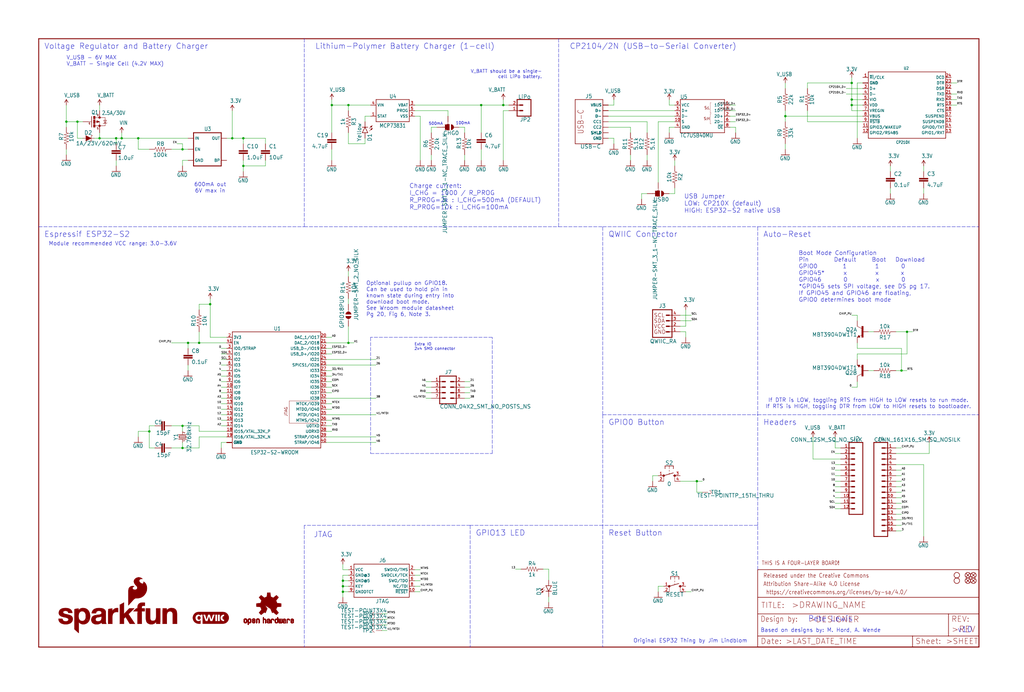
<source format=kicad_sch>
(kicad_sch (version 20211123) (generator eeschema)
  (paper "User" 470.306 317.906)
  (lib_symbols
    (symbol "eagleSchem-eagle-import:0.1UF-0402T-16V-10%"
      (property "Reference" "C" (at 1.524 2.921 0))
      (property "Value" "0.1UF-0402T-16V-10%" (at 1.524 -2.159 0))
      (symbol "0.1UF-0402T-16V-10%_1_0"
        (pin passive line (at 0 5.08 270) (length 2.54) (name "1") (number "1"))
        (pin passive line (at 0 -2.54 90) (length 2.54) (name "2") (number "2"))
      )
    )
    (symbol "eagleSchem-eagle-import:1.0UF-0402T-16V-10%"
      (property "Reference" "C" (at 1.524 2.921 0))
      (property "Value" "1.0UF-0402T-16V-10%" (at 1.524 -2.159 0))
      (symbol "1.0UF-0402T-16V-10%_1_0"
        (pin passive line (at 0 5.08 270) (length 2.54) (name "1") (number "1"))
        (pin passive line (at 0 -2.54 90) (length 2.54) (name "2") (number "2"))
      )
    )
    (symbol "eagleSchem-eagle-import:100KOHM-0402T-1{slash}16W-1%"
      (property "Reference" "R" (at 0 1.524 0))
      (property "Value" "100KOHM-0402T-1{slash}16W-1%" (at 0 -1.524 0))
      (symbol "100KOHM-0402T-1{slash}16W-1%_1_0"
        (pin passive line (at -5.08 0 0) (length 2.54) (name "1") (number "1"))
        (pin passive line (at 5.08 0 180) (length 2.54) (name "2") (number "2"))
      )
    )
    (symbol "eagleSchem-eagle-import:10KOHM-0402T-1{slash}16W-1%"
      (property "Reference" "R" (at 0 1.524 0))
      (property "Value" "10KOHM-0402T-1{slash}16W-1%" (at 0 -1.524 0))
      (symbol "10KOHM-0402T-1{slash}16W-1%_1_0"
        (pin passive line (at -5.08 0 0) (length 2.54) (name "1") (number "1"))
        (pin passive line (at 5.08 0 180) (length 2.54) (name "2") (number "2"))
      )
    )
    (symbol "eagleSchem-eagle-import:10UF-0402T-6.3V-20%"
      (property "Reference" "C" (at 1.524 2.921 0))
      (property "Value" "10UF-0402T-6.3V-20%" (at 1.524 -2.159 0))
      (symbol "10UF-0402T-6.3V-20%_1_0"
        (pin passive line (at 0 5.08 270) (length 2.54) (name "1") (number "1"))
        (pin passive line (at 0 -2.54 90) (length 2.54) (name "2") (number "2"))
      )
    )
    (symbol "eagleSchem-eagle-import:15PF-0402T-50V-5%"
      (property "Reference" "C" (at 1.524 2.921 0))
      (property "Value" "15PF-0402T-50V-5%" (at 1.524 -2.159 0))
      (symbol "15PF-0402T-50V-5%_1_0"
        (pin passive line (at 0 5.08 270) (length 2.54) (name "1") (number "1"))
        (pin passive line (at 0 -2.54 90) (length 2.54) (name "2") (number "2"))
      )
    )
    (symbol "eagleSchem-eagle-import:1KOHM-0402T-1{slash}16W-1%"
      (property "Reference" "R" (at 0 1.524 0))
      (property "Value" "1KOHM-0402T-1{slash}16W-1%" (at 0 -1.524 0))
      (symbol "1KOHM-0402T-1{slash}16W-1%_1_0"
        (pin passive line (at -5.08 0 0) (length 2.54) (name "1") (number "1"))
        (pin passive line (at 5.08 0 180) (length 2.54) (name "2") (number "2"))
      )
    )
    (symbol "eagleSchem-eagle-import:2.0KOHM1{slash}10W5%(0603)"
      (property "Reference" "R" (at 0 1.524 0))
      (property "Value" "2.0KOHM1{slash}10W5%(0603)" (at 0 -1.524 0))
      (symbol "2.0KOHM1{slash}10W5%(0603)_1_0"
        (pin passive line (at -5.08 0 0) (length 2.54) (name "1") (number "1"))
        (pin passive line (at 5.08 0 180) (length 2.54) (name "2") (number "2"))
      )
    )
    (symbol "eagleSchem-eagle-import:22KOHM-0402_TIGHT-1{slash}10W-1%"
      (property "Reference" "R" (at 0 1.524 0))
      (property "Value" "22KOHM-0402_TIGHT-1{slash}10W-1%" (at 0 -1.524 0))
      (symbol "22KOHM-0402_TIGHT-1{slash}10W-1%_1_0"
        (pin passive line (at -5.08 0 0) (length 2.54) (name "1") (number "1"))
        (pin passive line (at 5.08 0 180) (length 2.54) (name "2") (number "2"))
      )
    )
    (symbol "eagleSchem-eagle-import:3.3V" (power)
      (property "Value" "3.3V" (at 0 2.794 0))
      (symbol "3.3V_1_0"
        (pin power_in line (at 0 0 90) (length 2.54) (name "3.3V") (number "1"))
      )
    )
    (symbol "eagleSchem-eagle-import:33KOHM-0402T-1{slash}16W-1%"
      (property "Reference" "R" (at 0 1.524 0))
      (property "Value" "33KOHM-0402T-1{slash}16W-1%" (at 0 -1.524 0))
      (symbol "33KOHM-0402T-1{slash}16W-1%_1_0"
        (pin passive line (at -5.08 0 0) (length 2.54) (name "1") (number "1"))
        (pin passive line (at 5.08 0 180) (length 2.54) (name "2") (number "2"))
      )
    )
    (symbol "eagleSchem-eagle-import:4.7UF-0402_TIGHT-6.3V-20%-X5R"
      (property "Reference" "C" (at 1.524 2.921 0))
      (property "Value" "4.7UF-0402_TIGHT-6.3V-20%-X5R" (at 1.524 -2.159 0))
      (symbol "4.7UF-0402_TIGHT-6.3V-20%-X5R_1_0"
        (pin passive line (at 0 5.08 270) (length 2.54) (name "1") (number "1"))
        (pin passive line (at 0 -2.54 90) (length 2.54) (name "2") (number "2"))
      )
    )
    (symbol "eagleSchem-eagle-import:5.1KOHM-0402T-1{slash}16W-1%"
      (property "Reference" "R" (at 0 1.524 0))
      (property "Value" "5.1KOHM-0402T-1{slash}16W-1%" (at 0 -1.524 0))
      (symbol "5.1KOHM-0402T-1{slash}16W-1%_1_0"
        (pin passive line (at -5.08 0 0) (length 2.54) (name "1") (number "1"))
        (pin passive line (at 5.08 0 180) (length 2.54) (name "2") (number "2"))
      )
    )
    (symbol "eagleSchem-eagle-import:CONN_02-JST-2MM-SMT"
      (property "Reference" "J" (at -2.54 5.588 0))
      (property "Value" "CONN_02-JST-2MM-SMT" (at -2.54 -4.826 0))
      (symbol "CONN_02-JST-2MM-SMT_1_0"
        (pin passive line (at 7.62 2.54 180) (length 5.08) (name "2") (number "1"))
        (pin passive line (at 7.62 0 180) (length 5.08) (name "1") (number "2"))
      )
    )
    (symbol "eagleSchem-eagle-import:CONN_04X2_SMT_NO_POSTS_NS"
      (property "Reference" "J" (at -4.064 8.128 0))
      (property "Value" "CONN_04X2_SMT_NO_POSTS_NS" (at -3.81 -7.366 0))
      (symbol "CONN_04X2_SMT_NO_POSTS_NS_1_0"
        (pin passive line (at -7.62 5.08 0) (length 5.08) (name "1") (number "1"))
        (pin passive line (at 7.62 5.08 180) (length 5.08) (name "2") (number "2"))
        (pin passive line (at -7.62 2.54 0) (length 5.08) (name "3") (number "3"))
        (pin passive line (at 7.62 2.54 180) (length 5.08) (name "4") (number "4"))
        (pin passive line (at -7.62 0 0) (length 5.08) (name "5") (number "5"))
        (pin passive line (at 7.62 0 180) (length 5.08) (name "6") (number "6"))
        (pin passive line (at -7.62 -2.54 0) (length 5.08) (name "7") (number "7"))
        (pin passive line (at 7.62 -2.54 180) (length 5.08) (name "8") (number "8"))
      )
    )
    (symbol "eagleSchem-eagle-import:CONN_12SM_SQ_NO_SILK"
      (property "Reference" "J" (at 0 15.748 0))
      (property "Value" "CONN_12SM_SQ_NO_SILK" (at 0 -20.066 0))
      (symbol "CONN_12SM_SQ_NO_SILK_1_0"
        (pin passive line (at 10.16 -15.24 180) (length 5.08) (name "1") (number "1"))
        (pin passive line (at 10.16 7.62 180) (length 5.08) (name "10") (number "10"))
        (pin passive line (at 10.16 10.16 180) (length 5.08) (name "11") (number "11"))
        (pin passive line (at 10.16 12.7 180) (length 5.08) (name "12") (number "12"))
        (pin passive line (at 10.16 -12.7 180) (length 5.08) (name "2") (number "2"))
        (pin passive line (at 10.16 -10.16 180) (length 5.08) (name "3") (number "3"))
        (pin passive line (at 10.16 -7.62 180) (length 5.08) (name "4") (number "4"))
        (pin passive line (at 10.16 -5.08 180) (length 5.08) (name "5") (number "5"))
        (pin passive line (at 10.16 -2.54 180) (length 5.08) (name "6") (number "6"))
        (pin passive line (at 10.16 0 180) (length 5.08) (name "7") (number "7"))
        (pin passive line (at 10.16 2.54 180) (length 5.08) (name "8") (number "8"))
        (pin passive line (at 10.16 5.08 180) (length 5.08) (name "9") (number "9"))
      )
    )
    (symbol "eagleSchem-eagle-import:CONN_161X16_SM_SQ_NOSILK"
      (property "Reference" "J" (at 0 20.828 0))
      (property "Value" "CONN_161X16_SM_SQ_NOSILK" (at 0 -25.146 0))
      (symbol "CONN_161X16_SM_SQ_NOSILK_1_0"
        (pin passive line (at 10.16 -20.32 180) (length 5.08) (name "1") (number "1"))
        (pin passive line (at 10.16 2.54 180) (length 5.08) (name "10") (number "10"))
        (pin passive line (at 10.16 5.08 180) (length 5.08) (name "11") (number "11"))
        (pin passive line (at 10.16 7.62 180) (length 5.08) (name "12") (number "12"))
        (pin passive line (at 10.16 10.16 180) (length 5.08) (name "13") (number "13"))
        (pin passive line (at 10.16 12.7 180) (length 5.08) (name "14") (number "14"))
        (pin passive line (at 10.16 15.24 180) (length 5.08) (name "15") (number "15"))
        (pin passive line (at 10.16 17.78 180) (length 5.08) (name "16") (number "16"))
        (pin passive line (at 10.16 -17.78 180) (length 5.08) (name "2") (number "2"))
        (pin passive line (at 10.16 -15.24 180) (length 5.08) (name "3") (number "3"))
        (pin passive line (at 10.16 -12.7 180) (length 5.08) (name "4") (number "4"))
        (pin passive line (at 10.16 -10.16 180) (length 5.08) (name "5") (number "5"))
        (pin passive line (at 10.16 -7.62 180) (length 5.08) (name "6") (number "6"))
        (pin passive line (at 10.16 -5.08 180) (length 5.08) (name "7") (number "7"))
        (pin passive line (at 10.16 -2.54 180) (length 5.08) (name "8") (number "8"))
        (pin passive line (at 10.16 0 180) (length 5.08) (name "9") (number "9"))
      )
    )
    (symbol "eagleSchem-eagle-import:CORTEX_JTAG_DEBUG_PTH_NS"
      (property "Reference" "J" (at -12.7 7.874 0))
      (property "Value" "CORTEX_JTAG_DEBUG_PTH_NS" (at -12.7 -9.906 0))
      (symbol "CORTEX_JTAG_DEBUG_PTH_NS_1_0"
        (pin bidirectional line (at -15.24 5.08 0) (length 2.54) (name "VCC") (number "1"))
        (pin bidirectional line (at 15.24 -5.08 180) (length 2.54) (name "~{RESET}") (number "10"))
        (pin bidirectional line (at 15.24 5.08 180) (length 2.54) (name "SWDIO/TMS") (number "2"))
        (pin bidirectional line (at -15.24 2.54 0) (length 2.54) (name "GND@3") (number "3"))
        (pin bidirectional line (at 15.24 2.54 180) (length 2.54) (name "SWDCLK/TCK") (number "4"))
        (pin bidirectional line (at -15.24 0 0) (length 2.54) (name "GND@5") (number "5"))
        (pin bidirectional line (at 15.24 0 180) (length 2.54) (name "SWO/TDO") (number "6"))
        (pin bidirectional line (at -15.24 -2.54 0) (length 2.54) (name "KEY") (number "7"))
        (pin bidirectional line (at 15.24 -2.54 180) (length 2.54) (name "NC/TDI") (number "8"))
        (pin bidirectional line (at -15.24 -5.08 0) (length 2.54) (name "GNDDTCT") (number "9"))
      )
    )
    (symbol "eagleSchem-eagle-import:CP2102N"
      (property "Reference" "U" (at -17.78 17.78 0))
      (property "Value" "CP2102N" (at -17.78 15.748 0))
      (symbol "CP2102N_1_0"
        (pin bidirectional line (at -20.32 12.7 0) (length 2.54) (name "~{RI}/CLK") (number "1"))
        (pin bidirectional line (at -20.32 -10.16 0) (length 2.54) (name "GPIO3/WAKEUP") (number "11"))
        (pin bidirectional line (at -20.32 -12.7 0) (length 2.54) (name "GPIO2/RS485") (number "12"))
        (pin bidirectional line (at 20.32 -12.7 180) (length 2.54) (name "GPIO1/RXT") (number "13"))
        (pin bidirectional line (at 20.32 -10.16 180) (length 2.54) (name "GPIO0/TXT") (number "14"))
        (pin bidirectional line (at 20.32 -7.62 180) (length 2.54) (name "SUSPENDB") (number "15"))
        (pin bidirectional line (at 20.32 -5.08 180) (length 2.54) (name "SUSPEND") (number "17"))
        (pin bidirectional line (at 20.32 -2.54 180) (length 2.54) (name "CTS") (number "18"))
        (pin bidirectional line (at 20.32 0 180) (length 2.54) (name "RTS") (number "19"))
        (pin bidirectional line (at -20.32 10.16 0) (length 2.54) (name "GND") (number "2"))
        (pin bidirectional line (at 20.32 2.54 180) (length 2.54) (name "RXD") (number "20"))
        (pin bidirectional line (at 20.32 5.08 180) (length 2.54) (name "TXD") (number "21"))
        (pin bidirectional line (at 20.32 7.62 180) (length 2.54) (name "DSR") (number "22"))
        (pin bidirectional line (at 20.32 10.16 180) (length 2.54) (name "DTR") (number "23"))
        (pin bidirectional line (at 20.32 12.7 180) (length 2.54) (name "DCD") (number "24"))
        (pin bidirectional line (at -20.32 7.62 0) (length 2.54) (name "D+") (number "3"))
        (pin bidirectional line (at -20.32 5.08 0) (length 2.54) (name "D-") (number "4"))
        (pin bidirectional line (at -20.32 2.54 0) (length 2.54) (name "VIO") (number "5"))
        (pin bidirectional line (at -20.32 0 0) (length 2.54) (name "VDD") (number "6"))
        (pin bidirectional line (at -20.32 -2.54 0) (length 2.54) (name "VREGIN") (number "7"))
        (pin bidirectional line (at -20.32 -5.08 0) (length 2.54) (name "VBUS") (number "8"))
        (pin bidirectional line (at -20.32 -7.62 0) (length 2.54) (name "~{RSTB}") (number "9"))
        (pin bidirectional line (at -20.32 10.16 0) (length 2.54) (name "GND") (number "PAD"))
      )
    )
    (symbol "eagleSchem-eagle-import:CRYSTAL-32.768KHZSMD-3.2X1.5"
      (property "Reference" "Y" (at 0 2.032 0))
      (property "Value" "CRYSTAL-32.768KHZSMD-3.2X1.5" (at 0 -2.032 0))
      (symbol "CRYSTAL-32.768KHZSMD-3.2X1.5_1_0"
        (text "1" (at -2.159 -1.143 0) (effects (font (size 0.8636 0.734)) (justify left bottom)))
        (text "2" (at 1.524 -1.143 0) (effects (font (size 0.8636 0.734)) (justify left bottom)))
        (pin passive line (at -2.54 0 0) (length 0) (name "1") (number "P$1"))
        (pin passive line (at 2.54 0 180) (length 0) (name "2") (number "P$2"))
      )
    )
    (symbol "eagleSchem-eagle-import:DIODE-SCHOTTKY-BAT20J"
      (property "Reference" "D" (at -2.54 2.032 0))
      (property "Value" "DIODE-SCHOTTKY-BAT20J" (at -2.54 -2.032 0))
      (symbol "DIODE-SCHOTTKY-BAT20J_1_0"
        (pin passive line (at -2.54 0 0) (length 0) (name "A") (number "A"))
        (pin passive line (at 2.54 0 180) (length 0) (name "C") (number "C"))
      )
    )
    (symbol "eagleSchem-eagle-import:ESP32-S2-WROOM"
      (property "Reference" "U" (at -20.32 25.654 0))
      (property "Value" "ESP32-S2-WROOM" (at -20.32 -28.194 0))
      (symbol "ESP32-S2-WROOM_1_0"
        (text "JTAG" (at 5.08 -13.462 900) (effects (font (size 1.27 1.27)) (justify left bottom)))
        (pin bidirectional line (at -22.86 -25.4 0) (length 2.54) (name "GND") (number "1"))
        (pin bidirectional line (at -22.86 0 0) (length 2.54) (name "IO7") (number "10"))
        (pin bidirectional line (at -22.86 -2.54 0) (length 2.54) (name "IO8") (number "11"))
        (pin bidirectional line (at -22.86 -5.08 0) (length 2.54) (name "IO9") (number "12"))
        (pin bidirectional line (at -22.86 -7.62 0) (length 2.54) (name "IO10") (number "13"))
        (pin bidirectional line (at -22.86 -10.16 0) (length 2.54) (name "IO11") (number "14"))
        (pin bidirectional line (at -22.86 -12.7 0) (length 2.54) (name "IO12") (number "15"))
        (pin bidirectional line (at -22.86 -15.24 0) (length 2.54) (name "IO13") (number "16"))
        (pin bidirectional line (at -22.86 -17.78 0) (length 2.54) (name "IO14") (number "17"))
        (pin bidirectional line (at -22.86 -20.32 0) (length 2.54) (name "IO15/XTAL_32K_P") (number "18"))
        (pin bidirectional line (at -22.86 -22.86 0) (length 2.54) (name "IO16/XTAL_32K_N") (number "19"))
        (pin bidirectional line (at -22.86 22.86 0) (length 2.54) (name "3V3") (number "2"))
        (pin bidirectional line (at 22.86 22.86 180) (length 2.54) (name "DAC_1/IO17") (number "20"))
        (pin bidirectional line (at 22.86 20.32 180) (length 2.54) (name "DAC_2/IO18") (number "21"))
        (pin bidirectional line (at 22.86 17.78 180) (length 2.54) (name "USB_D-/IO19") (number "22"))
        (pin bidirectional line (at 22.86 15.24 180) (length 2.54) (name "USB_D+/IO20") (number "23"))
        (pin bidirectional line (at 22.86 12.7 180) (length 2.54) (name "IO21") (number "24"))
        (pin bidirectional line (at 22.86 10.16 180) (length 2.54) (name "SPICS1/IO26") (number "25"))
        (pin bidirectional line (at -22.86 -25.4 0) (length 2.54) (name "GND") (number "26"))
        (pin bidirectional line (at 22.86 7.62 180) (length 2.54) (name "IO33") (number "27"))
        (pin bidirectional line (at 22.86 5.08 180) (length 2.54) (name "IO34") (number "28"))
        (pin bidirectional line (at 22.86 2.54 180) (length 2.54) (name "IO35") (number "29"))
        (pin bidirectional line (at -22.86 17.78 0) (length 2.54) (name "IO0/STRAP") (number "3"))
        (pin bidirectional line (at 22.86 0 180) (length 2.54) (name "IO36") (number "30"))
        (pin bidirectional line (at 22.86 -2.54 180) (length 2.54) (name "IO37") (number "31"))
        (pin bidirectional line (at 22.86 -5.08 180) (length 2.54) (name "IO38") (number "32"))
        (pin bidirectional line (at 22.86 -7.62 180) (length 2.54) (name "MTCK/IO39") (number "33"))
        (pin bidirectional line (at 22.86 -10.16 180) (length 2.54) (name "MTDO/IO40") (number "34"))
        (pin bidirectional line (at 22.86 -12.7 180) (length 2.54) (name "MTDI/IO41") (number "35"))
        (pin bidirectional line (at 22.86 -15.24 180) (length 2.54) (name "MTMS/IO42") (number "36"))
        (pin bidirectional line (at 22.86 -17.78 180) (length 2.54) (name "U0TXD") (number "37"))
        (pin bidirectional line (at 22.86 -20.32 180) (length 2.54) (name "U0RXD") (number "38"))
        (pin bidirectional line (at 22.86 -22.86 180) (length 2.54) (name "STRAP/IO45") (number "39"))
        (pin bidirectional line (at -22.86 15.24 0) (length 2.54) (name "IO1") (number "4"))
        (pin bidirectional line (at 22.86 -25.4 180) (length 2.54) (name "STRAP/IO46") (number "40"))
        (pin bidirectional line (at -22.86 20.32 0) (length 2.54) (name "EN") (number "41"))
        (pin bidirectional line (at -22.86 -25.4 0) (length 2.54) (name "GND") (number "42"))
        (pin bidirectional line (at -22.86 12.7 0) (length 2.54) (name "IO2") (number "5"))
        (pin bidirectional line (at -22.86 10.16 0) (length 2.54) (name "IO3") (number "6"))
        (pin bidirectional line (at -22.86 7.62 0) (length 2.54) (name "IO4") (number "7"))
        (pin bidirectional line (at -22.86 5.08 0) (length 2.54) (name "IO5") (number "8"))
        (pin bidirectional line (at -22.86 2.54 0) (length 2.54) (name "IO6") (number "9"))
        (pin bidirectional line (at -22.86 -25.4 0) (length 2.54) (name "GND") (number "GNDEP0"))
        (pin bidirectional line (at -22.86 -25.4 0) (length 2.54) (name "GND") (number "GNDEP1"))
        (pin bidirectional line (at -22.86 -25.4 0) (length 2.54) (name "GND") (number "GNDEP2"))
        (pin bidirectional line (at -22.86 -25.4 0) (length 2.54) (name "GND") (number "GNDEP3"))
        (pin bidirectional line (at -22.86 -25.4 0) (length 2.54) (name "GND") (number "GNDEP4"))
        (pin bidirectional line (at -22.86 -25.4 0) (length 2.54) (name "GND") (number "GNDEP5"))
        (pin bidirectional line (at -22.86 -25.4 0) (length 2.54) (name "GND") (number "GNDEP6"))
        (pin bidirectional line (at -22.86 -25.4 0) (length 2.54) (name "GND") (number "GNDEP7"))
        (pin bidirectional line (at -22.86 -25.4 0) (length 2.54) (name "GND") (number "GNDEP8"))
      )
    )
    (symbol "eagleSchem-eagle-import:FIDUCIALUFIDUCIAL")
    (symbol "eagleSchem-eagle-import:FOUR_LAYER_WARNING"
      (symbol "FOUR_LAYER_WARNING_1_0"
        (text "THIS IS A FOUR-LAYER BOARD!" (at 0 0 0) (effects (font (size 1.778 1.5113)) (justify left bottom)))
      )
    )
    (symbol "eagleSchem-eagle-import:FRAME-LEDGER"
      (symbol "FRAME-LEDGER_2_0"
        (text " https://creativecommons.org/licenses/by-sa/4.0/" (at 2.54 24.13 0) (effects (font (size 1.9304 1.6408)) (justify left bottom)))
        (text ">DESIGNER" (at 23.114 11.176 0) (effects (font (size 2.7432 2.7432)) (justify left bottom)))
        (text ">DRAWING_NAME" (at 15.494 17.78 0) (effects (font (size 2.7432 2.7432)) (justify left bottom)))
        (text ">LAST_DATE_TIME" (at 12.7 1.27 0) (effects (font (size 2.54 2.54)) (justify left bottom)))
        (text ">REV" (at 88.9 6.604 0) (effects (font (size 2.7432 2.7432)) (justify left bottom)))
        (text ">SHEET" (at 86.36 1.27 0) (effects (font (size 2.54 2.54)) (justify left bottom)))
        (text "Attribution Share-Alike 4.0 License" (at 2.54 27.94 0) (effects (font (size 1.9304 1.6408)) (justify left bottom)))
        (text "Date:" (at 1.27 1.27 0) (effects (font (size 2.54 2.54)) (justify left bottom)))
        (text "Design by:" (at 1.27 11.43 0) (effects (font (size 2.54 2.159)) (justify left bottom)))
        (text "Released under the Creative Commons" (at 2.54 31.75 0) (effects (font (size 1.9304 1.6408)) (justify left bottom)))
        (text "REV:" (at 88.9 11.43 0) (effects (font (size 2.54 2.54)) (justify left bottom)))
        (text "Sheet:" (at 72.39 1.27 0) (effects (font (size 2.54 2.54)) (justify left bottom)))
        (text "TITLE:" (at 1.524 17.78 0) (effects (font (size 2.54 2.54)) (justify left bottom)))
      )
    )
    (symbol "eagleSchem-eagle-import:GND" (power)
      (property "Value" "GND" (at 0 -0.254 0))
      (symbol "GND_1_0"
        (pin power_in line (at 0 2.54 270) (length 2.54) (name "GND") (number "1"))
      )
    )
    (symbol "eagleSchem-eagle-import:JUMPER-SMT_2_NO_SILK"
      (property "Reference" "JP" (at -2.54 2.54 0))
      (property "Value" "JUMPER-SMT_2_NO_SILK" (at -2.54 -2.54 0))
      (symbol "JUMPER-SMT_2_NO_SILK_1_0"
        (pin passive line (at -5.08 0 0) (length 2.54) (name "1") (number "1"))
        (pin passive line (at 5.08 0 180) (length 2.54) (name "2") (number "2"))
      )
    )
    (symbol "eagleSchem-eagle-import:JUMPER-SMT_3_1-NC_TRACE_SILK"
      (property "Reference" "JP" (at 2.54 0.381 0))
      (property "Value" "JUMPER-SMT_3_1-NC_TRACE_SILK" (at 2.54 -0.381 0))
      (symbol "JUMPER-SMT_3_1-NC_TRACE_SILK_1_0"
        (pin passive line (at 0 5.08 270) (length 2.54) (name "1") (number "1"))
        (pin passive line (at -5.08 0 0) (length 2.54) (name "2") (number "2"))
        (pin passive line (at 0 -5.08 90) (length 2.54) (name "3") (number "3"))
      )
    )
    (symbol "eagleSchem-eagle-import:LED-BLUE0603"
      (property "Reference" "D" (at -3.429 -4.572 90))
      (property "Value" "LED-BLUE0603" (at 1.905 -4.572 90))
      (symbol "LED-BLUE0603_1_0"
        (pin passive line (at 0 2.54 270) (length 2.54) (name "A") (number "A"))
        (pin passive line (at 0 -5.08 90) (length 2.54) (name "C") (number "C"))
      )
    )
    (symbol "eagleSchem-eagle-import:LED-YELLOW0603"
      (property "Reference" "D" (at -3.429 -4.572 90))
      (property "Value" "LED-YELLOW0603" (at 1.905 -4.572 90))
      (symbol "LED-YELLOW0603_1_0"
        (pin passive line (at 0 2.54 270) (length 2.54) (name "A") (number "A"))
        (pin passive line (at 0 -5.08 90) (length 2.54) (name "C") (number "C"))
      )
    )
    (symbol "eagleSchem-eagle-import:MCP73831"
      (property "Reference" "U" (at -7.62 5.588 0))
      (property "Value" "MCP73831" (at -7.62 -7.62 0))
      (symbol "MCP73831_1_0"
        (pin output line (at -10.16 -2.54 0) (length 2.54) (name "STAT") (number "1"))
        (pin power_in line (at 10.16 -2.54 180) (length 2.54) (name "VSS") (number "2"))
        (pin power_in line (at 10.16 2.54 180) (length 2.54) (name "VBAT") (number "3"))
        (pin power_in line (at -10.16 2.54 0) (length 2.54) (name "VIN") (number "4"))
        (pin input line (at 10.16 0 180) (length 2.54) (name "PROG") (number "5"))
      )
    )
    (symbol "eagleSchem-eagle-import:MOMENTARY-SWITCH-SPST-2-SMD-4.6X2.8MM"
      (property "Reference" "S" (at 0 4.826 0))
      (property "Value" "MOMENTARY-SWITCH-SPST-2-SMD-4.6X2.8MM" (at 0 -2.794 0))
      (symbol "MOMENTARY-SWITCH-SPST-2-SMD-4.6X2.8MM_1_0"
        (pin passive line (at -5.08 0 0) (length 2.54) (name "1") (number "1"))
        (pin passive line (at -5.08 -2.54 0) (length 2.54) (name "2") (number "2"))
        (pin passive line (at 5.08 0 180) (length 2.54) (name "3") (number "3"))
        (pin passive line (at 5.08 -2.54 180) (length 2.54) (name "4") (number "4"))
      )
    )
    (symbol "eagleSchem-eagle-import:MOSFET-PCHANNELDMG2307L"
      (property "Reference" "Q" (at 5.08 2.54 0))
      (property "Value" "MOSFET-PCHANNELDMG2307L" (at 5.08 0 0))
      (symbol "MOSFET-PCHANNELDMG2307L_1_0"
        (text "D" (at -1.27 2.54 0) (effects (font (size 0.8128 0.6908)) (justify left bottom)))
        (text "G" (at -5.08 -1.27 0) (effects (font (size 0.8128 0.6908)) (justify left bottom)))
        (text "S" (at -1.27 -3.556 0) (effects (font (size 0.8128 0.6908)) (justify left bottom)))
        (pin passive line (at -7.62 0 0) (length 2.54) (name "G") (number "1"))
        (pin passive line (at 0 -5.08 90) (length 2.54) (name "S") (number "2"))
        (pin passive line (at 0 5.08 270) (length 2.54) (name "D") (number "3"))
      )
    )
    (symbol "eagleSchem-eagle-import:OSHW-LOGOMINI")
    (symbol "eagleSchem-eagle-import:QWIIC_CONNECTORJS-1MM"
      (property "Reference" "J" (at -5.08 7.874 0))
      (property "Value" "QWIIC_CONNECTORJS-1MM" (at -5.08 -5.334 0))
      (symbol "QWIIC_CONNECTORJS-1MM_1_0"
        (text "GND" (at -4.572 -2.54 0) (effects (font (size 1.778 1.778)) (justify left)))
        (text "SCL" (at -4.572 5.08 0) (effects (font (size 1.778 1.778)) (justify left)))
        (text "SDA" (at -4.572 2.54 0) (effects (font (size 1.778 1.778)) (justify left)))
        (text "VCC" (at -4.572 0 0) (effects (font (size 1.778 1.778)) (justify left)))
        (pin power_in line (at 7.62 -2.54 180) (length 5.08) (name "1") (number "1"))
        (pin power_in line (at 7.62 0 180) (length 5.08) (name "2") (number "2"))
        (pin passive line (at 7.62 2.54 180) (length 5.08) (name "3") (number "3"))
        (pin passive line (at 7.62 5.08 180) (length 5.08) (name "4") (number "4"))
      )
    )
    (symbol "eagleSchem-eagle-import:QWIIC_LOGO_4MM")
    (symbol "eagleSchem-eagle-import:SFE_LOGO_FLAME.1_INCH")
    (symbol "eagleSchem-eagle-import:SFE_LOGO_NAME_FLAME.1_INCH")
    (symbol "eagleSchem-eagle-import:STAND-OFF")
    (symbol "eagleSchem-eagle-import:TC7USB40MU"
      (property "Value" "TC7USB40MU" (at -10.16 -7.874 0))
      (symbol "TC7USB40MU_1_0"
        (text "S:H" (at 2.032 -1.143 0) (effects (font (size 1.27 1.0795))))
        (text "S:L" (at 2.159 3.81 0) (effects (font (size 1.27 1.0795))))
        (pin bidirectional line (at 12.7 5.08 180) (length 2.54) (name "1D+") (number "1"))
        (pin bidirectional line (at -12.7 -2.54 0) (length 2.54) (name "S") (number "10"))
        (pin bidirectional line (at 12.7 0 180) (length 2.54) (name "2D+") (number "2"))
        (pin bidirectional line (at -12.7 2.54 0) (length 2.54) (name "D+") (number "3"))
        (pin bidirectional line (at -12.7 -5.08 0) (length 2.54) (name "GND") (number "4"))
        (pin bidirectional line (at -12.7 0 0) (length 2.54) (name "D-") (number "5"))
        (pin bidirectional line (at 12.7 -2.54 180) (length 2.54) (name "2D-") (number "6"))
        (pin bidirectional line (at 12.7 2.54 180) (length 2.54) (name "1D-") (number "7"))
        (pin bidirectional line (at 12.7 -5.08 180) (length 2.54) (name "~{OE}") (number "8"))
        (pin bidirectional line (at -12.7 5.08 0) (length 2.54) (name "VCC") (number "9"))
      )
    )
    (symbol "eagleSchem-eagle-import:TEST-POINT3X4"
      (property "Reference" "TP" (at -2.54 2.54 0))
      (property "Value" "TEST-POINT3X4" (at -2.54 -2.54 0))
      (symbol "TEST-POINT3X4_1_0"
        (pin bidirectional line (at 0 0 180) (length 0) (name "1") (number "P$1"))
      )
    )
    (symbol "eagleSchem-eagle-import:TEST-POINTTP_15TH_THRU"
      (property "Reference" "TP" (at -2.54 2.54 0))
      (property "Value" "TEST-POINTTP_15TH_THRU" (at -2.54 -2.54 0))
      (symbol "TEST-POINTTP_15TH_THRU_1_0"
        (pin bidirectional line (at 0 0 180) (length 0) (name "1") (number "P$1"))
      )
    )
    (symbol "eagleSchem-eagle-import:TRANS_NPN_DUAL-MBT3904DW1T1"
      (property "Reference" "Q" (at 2.54 0 0))
      (property "Value" "TRANS_NPN_DUAL-MBT3904DW1T1" (at 2.54 -2.286 0))
      (symbol "TRANS_NPN_DUAL-MBT3904DW1T1_1_0"
        (pin passive line (at 2.54 5.08 270) (length 2.54) (name "C") (number "3"))
        (pin passive line (at 2.54 -5.08 90) (length 2.54) (name "E") (number "4"))
        (pin passive line (at -2.54 0 0) (length 2.54) (name "B") (number "5"))
      )
      (symbol "TRANS_NPN_DUAL-MBT3904DW1T1_2_0"
        (pin passive line (at 2.54 -5.08 90) (length 2.54) (name "E") (number "1"))
        (pin passive line (at -2.54 0 0) (length 2.54) (name "B") (number "2"))
        (pin passive line (at 2.54 5.08 270) (length 2.54) (name "C") (number "6"))
      )
    )
    (symbol "eagleSchem-eagle-import:USB_C_4-LAYER-ISOLATED"
      (property "Reference" "J" (at -2.54 10.414 0))
      (property "Value" "USB_C_4-LAYER-ISOLATED" (at -2.54 -12.446 0))
      (symbol "USB_C_4-LAYER-ISOLATED_1_0"
        (text "USB-C" (at 0 0 900) (effects (font (size 2.54 2.159))))
        (pin bidirectional line (at 12.7 0 180) (length 2.54) (name "CC1") (number "A5"))
        (pin bidirectional line (at 12.7 5.08 180) (length 2.54) (name "D+") (number "A6"))
        (pin bidirectional line (at 12.7 2.54 180) (length 2.54) (name "D-") (number "A7"))
        (pin bidirectional line (at 12.7 -2.54 180) (length 2.54) (name "CC2") (number "B5"))
        (pin bidirectional line (at 12.7 5.08 180) (length 2.54) (name "D+") (number "B6"))
        (pin bidirectional line (at 12.7 2.54 180) (length 2.54) (name "D-") (number "B7"))
        (pin bidirectional line (at 12.7 -7.62 180) (length 2.54) (name "GND") (number "GND"))
        (pin bidirectional line (at 12.7 -7.62 180) (length 2.54) (name "GND") (number "GND2"))
        (pin bidirectional line (at 12.7 -5.08 180) (length 2.54) (name "SHLD") (number "SHLD1"))
        (pin bidirectional line (at 12.7 -5.08 180) (length 2.54) (name "SHLD") (number "SHLD2"))
        (pin bidirectional line (at 12.7 -5.08 180) (length 2.54) (name "SHLD") (number "SHLD3"))
        (pin bidirectional line (at 12.7 -5.08 180) (length 2.54) (name "SHLD") (number "SHLD4"))
        (pin bidirectional line (at 12.7 -5.08 180) (length 2.54) (name "SHLD") (number "SHLD5"))
        (pin bidirectional line (at 12.7 -5.08 180) (length 2.54) (name "SHLD") (number "SHLD6"))
        (pin bidirectional line (at 12.7 -5.08 180) (length 2.54) (name "SHLD") (number "SHLD7"))
        (pin bidirectional line (at 12.7 -5.08 180) (length 2.54) (name "SHLD") (number "SHLD8"))
        (pin bidirectional line (at 12.7 7.62 180) (length 2.54) (name "VBUS") (number "VBUS1"))
        (pin bidirectional line (at 12.7 7.62 180) (length 2.54) (name "VBUS") (number "VBUS2"))
      )
    )
    (symbol "eagleSchem-eagle-import:VIN" (power)
      (property "Value" "VIN" (at -1.016 3.556 0))
      (symbol "VIN_1_0"
        (pin power_in line (at 0 0 90) (length 2.54) (name "VIN") (number "1"))
      )
    )
    (symbol "eagleSchem-eagle-import:V_BATT" (power)
      (property "Value" "V_BATT" (at -1.016 3.556 0))
      (symbol "V_BATT_1_0"
        (pin power_in line (at 0 0 90) (length 2.54) (name "V_BATT") (number "1"))
      )
    )
    (symbol "eagleSchem-eagle-import:V_REG_LDOSMD"
      (property "Reference" "U" (at -7.62 9.144 0))
      (property "Value" "V_REG_LDOSMD" (at -7.62 -11.43 0))
      (symbol "V_REG_LDOSMD_1_0"
        (pin input line (at -10.16 5.08 0) (length 2.54) (name "IN") (number "1"))
        (pin input line (at -10.16 -5.08 0) (length 2.54) (name "GND") (number "2"))
        (pin input line (at -10.16 0 0) (length 2.54) (name "EN") (number "3"))
        (pin input line (at 7.62 -5.08 180) (length 2.54) (name "BP") (number "4"))
        (pin passive line (at 7.62 5.08 180) (length 2.54) (name "OUT") (number "5"))
      )
    )
    (symbol "eagleSchem-eagle-import:V_USB" (power)
      (property "Value" "V_USB" (at -1.016 3.556 0))
      (symbol "V_USB_1_0"
        (pin power_in line (at 0 0 90) (length 2.54) (name "V_USB") (number "1"))
      )
    )
  )
  (junction (at 360.68 53.34))
  (junction (at 391.16 48.26))
  (junction (at 157.48 266.7))
  (junction (at 63.5 63.5))
  (junction (at 157.48 271.78))
  (junction (at 414.02 170.18))
  (junction (at 45.72 63.5))
  (junction (at 35.56 55.88))
  (junction (at 391.16 38.1))
  (junction (at 53.34 63.5))
  (junction (at 91.44 157.48))
  (junction (at 83.82 195.58))
  (junction (at 86.36 157.48))
  (junction (at 220.98 48.26))
  (junction (at 152.4 48.26))
  (junction (at 83.82 205.74))
  (junction (at 160.02 48.26))
  (junction (at 83.82 68.58))
  (junction (at 111.76 76.2))
  (junction (at 160.02 157.48))
  (junction (at 416.56 152.4))
  (junction (at 320.04 220.98))
  (junction (at 96.52 139.7))
  (junction (at 68.58 198.12))
  (junction (at 111.76 63.5))
  (junction (at 30.48 55.88))
  (junction (at 391.16 45.72))
  (junction (at 231.14 48.26))
  (junction (at 157.48 269.24))
  (junction (at 106.68 63.5))
  (junction (at 55.88 63.5))
  (wire (pts (xy 386.08 231.14) (xy 383.54 231.14)))
  (wire (pts (xy 370.84 38.1) (xy 391.16 38.1)))
  (wire (pts (xy 393.7 177.8) (xy 393.7 175.26)))
  (wire (pts (xy 386.08 226.06) (xy 383.54 226.06)))
  (wire (pts (xy 393.7 162.56) (xy 416.56 162.56)))
  (wire (pts (xy 45.72 48.26) (xy 45.72 50.8)))
  (wire (pts (xy 386.08 213.36) (xy 383.54 213.36)))
  (wire (pts (xy 83.82 205.74) (xy 78.74 205.74)))
  (wire (pts (xy 281.94 63.5) (xy 281.94 66.04)))
  (wire (pts (xy 175.26 287.02) (xy 177.8 287.02)))
  (wire (pts (xy 149.86 154.94) (xy 152.4 154.94)))
  (wire (pts (xy 411.48 231.14) (xy 414.02 231.14)))
  (wire (pts (xy 411.48 205.74) (xy 414.02 205.74)))
  (polyline (pts (xy 276.86 190.5) (xy 347.98 190.5)))
  (wire (pts (xy 111.76 78.74) (xy 111.76 76.2)))
  (wire (pts (xy 190.5 266.7) (xy 193.04 266.7)))
  (wire (pts (xy 160.02 139.7) (xy 160.02 137.16)))
  (wire (pts (xy 91.44 157.48) (xy 91.44 152.4)))
  (wire (pts (xy 198.12 58.42) (xy 198.12 60.96)))
  (wire (pts (xy 149.86 160.02) (xy 152.4 160.02)))
  (wire (pts (xy 436.88 43.18) (xy 439.42 43.18)))
  (wire (pts (xy 160.02 157.48) (xy 160.02 149.86)))
  (wire (pts (xy 193.04 53.34) (xy 193.04 73.66)))
  (wire (pts (xy 401.32 170.18) (xy 398.78 170.18)))
  (wire (pts (xy 104.14 200.66) (xy 91.44 200.66)))
  (wire (pts (xy 231.14 48.26) (xy 220.98 48.26)))
  (wire (pts (xy 111.76 76.2) (xy 121.92 76.2)))
  (wire (pts (xy 408.94 78.74) (xy 408.94 76.2)))
  (wire (pts (xy 312.42 152.4) (xy 314.96 152.4)))
  (wire (pts (xy 231.14 48.26) (xy 231.14 45.72)))
  (wire (pts (xy 279.4 50.8) (xy 309.88 50.8)))
  (wire (pts (xy 320.04 220.98) (xy 320.04 226.06)))
  (wire (pts (xy 121.92 63.5) (xy 121.92 66.04)))
  (wire (pts (xy 149.86 185.42) (xy 152.4 185.42)))
  (wire (pts (xy 231.14 48.26) (xy 233.68 48.26)))
  (wire (pts (xy 30.48 71.12) (xy 30.48 68.58)))
  (wire (pts (xy 91.44 198.12) (xy 91.44 195.58)))
  (polyline (pts (xy 139.7 17.78) (xy 139.7 104.14)))
  (wire (pts (xy 104.14 160.02) (xy 101.6 160.02)))
  (wire (pts (xy 337.82 48.26) (xy 335.28 48.26)))
  (wire (pts (xy 83.82 205.74) (xy 83.82 203.2)))
  (wire (pts (xy 157.48 264.16) (xy 157.48 266.7)))
  (wire (pts (xy 386.08 210.82) (xy 373.38 210.82)))
  (wire (pts (xy 167.64 53.34) (xy 170.18 53.34)))
  (wire (pts (xy 149.86 157.48) (xy 160.02 157.48)))
  (wire (pts (xy 251.968 276.606) (xy 251.968 274.066)))
  (polyline (pts (xy 276.86 190.5) (xy 276.86 104.14)))
  (wire (pts (xy 386.08 218.44) (xy 383.54 218.44)))
  (wire (pts (xy 149.86 182.88) (xy 172.72 182.88)))
  (wire (pts (xy 411.48 226.06) (xy 414.02 226.06)))
  (wire (pts (xy 396.24 55.88) (xy 370.84 55.88)))
  (wire (pts (xy 411.48 213.36) (xy 424.18 213.36)))
  (wire (pts (xy 149.86 175.26) (xy 152.4 175.26)))
  (wire (pts (xy 111.76 63.5) (xy 111.76 66.04)))
  (wire (pts (xy 231.14 50.8) (xy 231.14 73.66)))
  (wire (pts (xy 86.36 63.5) (xy 63.5 63.5)))
  (wire (pts (xy 393.7 38.1) (xy 396.24 38.1)))
  (wire (pts (xy 86.36 68.58) (xy 83.82 68.58)))
  (wire (pts (xy 302.26 218.44) (xy 299.72 218.44)))
  (wire (pts (xy 386.08 228.6) (xy 383.54 228.6)))
  (wire (pts (xy 436.88 38.1) (xy 439.42 38.1)))
  (wire (pts (xy 149.86 195.58) (xy 152.4 195.58)))
  (wire (pts (xy 299.72 218.44) (xy 299.72 220.98)))
  (wire (pts (xy 149.86 193.04) (xy 152.4 193.04)))
  (wire (pts (xy 424.18 213.36) (xy 424.18 246.38)))
  (wire (pts (xy 309.88 86.36) (xy 309.88 88.9)))
  (wire (pts (xy 111.76 76.2) (xy 111.76 73.66)))
  (wire (pts (xy 360.68 40.64) (xy 360.68 38.1)))
  (wire (pts (xy 386.08 223.52) (xy 383.54 223.52)))
  (wire (pts (xy 411.48 241.3) (xy 414.02 241.3)))
  (wire (pts (xy 83.82 73.66) (xy 83.82 76.2)))
  (wire (pts (xy 149.86 200.66) (xy 172.72 200.66)))
  (polyline (pts (xy 347.98 104.14) (xy 449.58 104.14)))
  (wire (pts (xy 71.12 205.74) (xy 68.58 205.74)))
  (polyline (pts (xy 276.86 104.14) (xy 347.98 104.14)))
  (wire (pts (xy 388.62 40.64) (xy 396.24 40.64)))
  (wire (pts (xy 106.68 63.5) (xy 106.68 50.8)))
  (wire (pts (xy 104.14 172.72) (xy 101.6 172.72)))
  (wire (pts (xy 320.04 220.98) (xy 322.58 220.98)))
  (wire (pts (xy 190.5 261.62) (xy 193.04 261.62)))
  (wire (pts (xy 157.48 266.7) (xy 157.48 269.24)))
  (polyline (pts (xy 215.9 241.3) (xy 139.7 241.3)))
  (wire (pts (xy 160.02 127) (xy 160.02 124.46)))
  (wire (pts (xy 297.18 55.88) (xy 279.4 55.88)))
  (wire (pts (xy 63.5 63.5) (xy 55.88 63.5)))
  (wire (pts (xy 104.14 167.64) (xy 101.6 167.64)))
  (polyline (pts (xy 17.78 104.14) (xy 139.7 104.14)))
  (wire (pts (xy 190.5 53.34) (xy 193.04 53.34)))
  (wire (pts (xy 307.34 58.42) (xy 307.34 60.96)))
  (wire (pts (xy 213.36 58.42) (xy 210.82 58.42)))
  (wire (pts (xy 83.82 195.58) (xy 83.82 198.12)))
  (wire (pts (xy 160.02 48.26) (xy 152.4 48.26)))
  (wire (pts (xy 106.68 63.5) (xy 111.76 63.5)))
  (wire (pts (xy 411.48 233.68) (xy 414.02 233.68)))
  (wire (pts (xy 152.4 48.26) (xy 152.4 60.96)))
  (wire (pts (xy 289.56 58.42) (xy 279.4 58.42)))
  (wire (pts (xy 198.12 180.34) (xy 195.58 180.34)))
  (wire (pts (xy 411.48 238.76) (xy 414.02 238.76)))
  (wire (pts (xy 220.98 73.66) (xy 220.98 68.58)))
  (wire (pts (xy 160.02 50.8) (xy 160.02 48.26)))
  (wire (pts (xy 104.14 63.5) (xy 106.68 63.5)))
  (wire (pts (xy 104.14 198.12) (xy 91.44 198.12)))
  (wire (pts (xy 152.4 73.66) (xy 152.4 68.58)))
  (wire (pts (xy 104.14 203.2) (xy 101.6 203.2)))
  (wire (pts (xy 411.48 236.22) (xy 414.02 236.22)))
  (wire (pts (xy 393.7 165.1) (xy 393.7 162.56)))
  (wire (pts (xy 86.36 157.48) (xy 78.74 157.48)))
  (polyline (pts (xy 347.98 190.5) (xy 347.98 104.14)))
  (wire (pts (xy 198.12 182.88) (xy 195.58 182.88)))
  (wire (pts (xy 167.64 53.34) (xy 167.64 55.88)))
  (wire (pts (xy 411.48 228.6) (xy 414.02 228.6)))
  (wire (pts (xy 386.08 215.9) (xy 383.54 215.9)))
  (wire (pts (xy 281.94 48.26) (xy 279.4 48.26)))
  (wire (pts (xy 411.48 220.98) (xy 414.02 220.98)))
  (wire (pts (xy 294.64 88.9) (xy 294.64 91.44)))
  (wire (pts (xy 53.34 73.66) (xy 53.34 76.2)))
  (wire (pts (xy 370.84 40.64) (xy 370.84 38.1)))
  (wire (pts (xy 160.02 264.16) (xy 157.48 264.16)))
  (polyline (pts (xy 347.98 241.3) (xy 276.86 241.3)))
  (wire (pts (xy 426.72 208.28) (xy 426.72 203.2)))
  (wire (pts (xy 411.48 243.84) (xy 414.02 243.84)))
  (wire (pts (xy 335.28 55.88) (xy 337.82 55.88)))
  (wire (pts (xy 297.18 60.96) (xy 297.18 55.88)))
  (wire (pts (xy 360.68 53.34) (xy 360.68 50.8)))
  (wire (pts (xy 411.48 223.52) (xy 414.02 223.52)))
  (wire (pts (xy 149.86 167.64) (xy 172.72 167.64)))
  (wire (pts (xy 190.5 264.16) (xy 193.04 264.16)))
  (wire (pts (xy 104.14 177.8) (xy 101.6 177.8)))
  (wire (pts (xy 198.12 177.8) (xy 195.58 177.8)))
  (wire (pts (xy 205.74 50.8) (xy 205.74 53.34)))
  (wire (pts (xy 309.88 48.26) (xy 307.34 48.26)))
  (wire (pts (xy 86.36 73.66) (xy 83.82 73.66)))
  (polyline (pts (xy 276.86 190.5) (xy 276.86 241.3)))
  (wire (pts (xy 104.14 193.04) (xy 101.6 193.04)))
  (wire (pts (xy 411.48 170.18) (xy 414.02 170.18)))
  (wire (pts (xy 63.5 198.12) (xy 68.58 198.12)))
  (wire (pts (xy 309.88 88.9) (xy 307.34 88.9)))
  (wire (pts (xy 149.86 187.96) (xy 152.4 187.96)))
  (wire (pts (xy 83.82 66.04) (xy 83.82 68.58)))
  (wire (pts (xy 213.36 60.96) (xy 213.36 58.42)))
  (wire (pts (xy 386.08 205.74) (xy 383.54 205.74)))
  (wire (pts (xy 411.48 215.9) (xy 414.02 215.9)))
  (wire (pts (xy 393.7 147.32) (xy 393.7 144.78)))
  (wire (pts (xy 91.44 195.58) (xy 83.82 195.58)))
  (wire (pts (xy 393.7 160.02) (xy 393.7 157.48)))
  (wire (pts (xy 251.968 261.366) (xy 249.428 261.366)))
  (wire (pts (xy 104.14 182.88) (xy 101.6 182.88)))
  (wire (pts (xy 302.26 55.88) (xy 302.26 83.82)))
  (wire (pts (xy 149.86 162.56) (xy 152.4 162.56)))
  (wire (pts (xy 213.36 177.8) (xy 215.9 177.8)))
  (wire (pts (xy 96.52 137.16) (xy 96.52 139.7)))
  (wire (pts (xy 71.12 195.58) (xy 68.58 195.58)))
  (wire (pts (xy 35.56 63.5) (xy 38.1 63.5)))
  (wire (pts (xy 436.88 48.26) (xy 439.42 48.26)))
  (wire (pts (xy 396.24 48.26) (xy 391.16 48.26)))
  (wire (pts (xy 96.52 139.7) (xy 91.44 139.7)))
  (wire (pts (xy 396.24 50.8) (xy 391.16 50.8)))
  (wire (pts (xy 101.6 203.2) (xy 101.6 205.74)))
  (wire (pts (xy 53.34 63.5) (xy 55.88 63.5)))
  (wire (pts (xy 63.5 200.66) (xy 63.5 198.12)))
  (polyline (pts (xy 226.06 208.28) (xy 226.06 154.94)))
  (wire (pts (xy 391.16 38.1) (xy 391.16 45.72)))
  (wire (pts (xy 320.04 226.06) (xy 322.58 226.06)))
  (polyline (pts (xy 347.98 261.62) (xy 347.98 241.3)))
  (wire (pts (xy 279.4 53.34) (xy 309.88 53.34)))
  (wire (pts (xy 157.48 261.62) (xy 160.02 261.62)))
  (wire (pts (xy 175.26 281.94) (xy 177.8 281.94)))
  (wire (pts (xy 83.82 68.58) (xy 78.74 68.58)))
  (polyline (pts (xy 347.98 190.5) (xy 449.58 190.5)))
  (wire (pts (xy 373.38 210.82) (xy 373.38 200.66)))
  (wire (pts (xy 152.4 48.26) (xy 152.4 45.72)))
  (wire (pts (xy 91.44 205.74) (xy 83.82 205.74)))
  (polyline (pts (xy 139.7 241.3) (xy 139.7 297.18)))
  (wire (pts (xy 104.14 165.1) (xy 101.6 165.1)))
  (wire (pts (xy 175.26 289.56) (xy 177.8 289.56)))
  (wire (pts (xy 304.8 269.24) (xy 302.26 269.24)))
  (wire (pts (xy 55.88 63.5) (xy 55.88 60.96)))
  (wire (pts (xy 157.48 259.08) (xy 157.48 261.62)))
  (wire (pts (xy 149.86 198.12) (xy 152.4 198.12)))
  (polyline (pts (xy 139.7 104.14) (xy 256.54 104.14)))
  (wire (pts (xy 314.96 152.4) (xy 314.96 154.94)))
  (wire (pts (xy 160.02 66.04) (xy 160.02 60.96)))
  (wire (pts (xy 388.62 43.18) (xy 396.24 43.18)))
  (wire (pts (xy 312.42 147.32) (xy 317.5 147.32)))
  (wire (pts (xy 294.64 88.9) (xy 297.18 88.9)))
  (wire (pts (xy 309.88 73.66) (xy 309.88 76.2)))
  (wire (pts (xy 386.08 233.68) (xy 383.54 233.68)))
  (wire (pts (xy 220.98 48.26) (xy 190.5 48.26)))
  (wire (pts (xy 393.7 144.78) (xy 391.16 144.78)))
  (wire (pts (xy 396.24 53.34) (xy 360.68 53.34)))
  (wire (pts (xy 401.32 152.4) (xy 398.78 152.4)))
  (wire (pts (xy 149.86 180.34) (xy 152.4 180.34)))
  (wire (pts (xy 251.968 266.446) (xy 251.968 261.366)))
  (wire (pts (xy 104.14 190.5) (xy 101.6 190.5)))
  (wire (pts (xy 383.54 205.74) (xy 383.54 200.66)))
  (wire (pts (xy 167.64 66.04) (xy 160.02 66.04)))
  (wire (pts (xy 302.26 269.24) (xy 302.26 271.78)))
  (wire (pts (xy 314.96 271.78) (xy 317.5 271.78)))
  (wire (pts (xy 45.72 60.96) (xy 45.72 63.5)))
  (wire (pts (xy 149.86 177.8) (xy 152.4 177.8)))
  (wire (pts (xy 149.86 170.18) (xy 152.4 170.18)))
  (wire (pts (xy 190.5 50.8) (xy 205.74 50.8)))
  (wire (pts (xy 68.58 195.58) (xy 68.58 198.12)))
  (wire (pts (xy 104.14 162.56) (xy 101.6 162.56)))
  (wire (pts (xy 81.28 66.04) (xy 83.82 66.04)))
  (wire (pts (xy 149.86 190.5) (xy 172.72 190.5)))
  (wire (pts (xy 337.82 60.96) (xy 337.82 58.42)))
  (wire (pts (xy 68.58 198.12) (xy 68.58 205.74)))
  (wire (pts (xy 91.44 157.48) (xy 86.36 157.48)))
  (wire (pts (xy 104.14 195.58) (xy 101.6 195.58)))
  (wire (pts (xy 314.96 149.86) (xy 314.96 142.24)))
  (wire (pts (xy 414.02 160.02) (xy 393.7 160.02)))
  (wire (pts (xy 149.86 203.2) (xy 172.72 203.2)))
  (wire (pts (xy 281.94 48.26) (xy 281.94 45.72)))
  (wire (pts (xy 337.82 58.42) (xy 335.28 58.42)))
  (wire (pts (xy 53.34 66.04) (xy 53.34 63.5)))
  (wire (pts (xy 111.76 63.5) (xy 121.92 63.5)))
  (wire (pts (xy 312.42 220.98) (xy 320.04 220.98)))
  (wire (pts (xy 35.56 55.88) (xy 35.56 63.5)))
  (wire (pts (xy 104.14 170.18) (xy 101.6 170.18)))
  (wire (pts (xy 297.18 73.66) (xy 297.18 71.12)))
  (wire (pts (xy 30.48 58.42) (xy 30.48 55.88)))
  (wire (pts (xy 335.28 53.34) (xy 337.82 53.34)))
  (wire (pts (xy 416.56 162.56) (xy 416.56 152.4)))
  (wire (pts (xy 213.36 180.34) (xy 215.9 180.34)))
  (polyline (pts (xy 256.54 17.78) (xy 256.54 104.14)))
  (wire (pts (xy 231.14 50.8) (xy 233.68 50.8)))
  (wire (pts (xy 104.14 187.96) (xy 101.6 187.96)))
  (wire (pts (xy 289.56 60.96) (xy 289.56 58.42)))
  (wire (pts (xy 393.7 63.5) (xy 393.7 38.1)))
  (wire (pts (xy 200.66 58.42) (xy 198.12 58.42)))
  (wire (pts (xy 386.08 208.28) (xy 383.54 208.28)))
  (wire (pts (xy 104.14 157.48) (xy 91.44 157.48)))
  (wire (pts (xy 96.52 139.7) (xy 96.52 154.94)))
  (wire (pts (xy 190.5 271.78) (xy 193.04 271.78)))
  (wire (pts (xy 414.02 170.18) (xy 416.56 170.18)))
  (wire (pts (xy 393.7 177.8) (xy 391.16 177.8)))
  (wire (pts (xy 391.16 50.8) (xy 391.16 48.26)))
  (wire (pts (xy 175.26 284.48) (xy 177.8 284.48)))
  (wire (pts (xy 281.94 63.5) (xy 279.4 63.5)))
  (polyline (pts (xy 347.98 241.3) (xy 347.98 190.5)))
  (wire (pts (xy 63.5 68.58) (xy 63.5 63.5)))
  (wire (pts (xy 424.18 86.36) (xy 424.18 88.9)))
  (wire (pts (xy 220.98 60.96) (xy 220.98 48.26)))
  (polyline (pts (xy 170.18 154.94) (xy 170.18 208.28)))
  (wire (pts (xy 289.56 73.66) (xy 289.56 71.12)))
  (wire (pts (xy 157.48 271.78) (xy 157.48 274.32)))
  (wire (pts (xy 91.44 200.66) (xy 91.44 205.74)))
  (wire (pts (xy 309.88 55.88) (xy 302.26 55.88)))
  (wire (pts (xy 408.94 86.36) (xy 408.94 88.9)))
  (wire (pts (xy 160.02 266.7) (xy 157.48 266.7)))
  (polyline (pts (xy 170.18 208.28) (xy 226.06 208.28)))
  (wire (pts (xy 411.48 218.44) (xy 414.02 218.44)))
  (polyline (pts (xy 215.9 241.3) (xy 215.9 297.18)))
  (wire (pts (xy 416.56 152.4) (xy 419.1 152.4)))
  (wire (pts (xy 411.48 208.28) (xy 426.72 208.28)))
  (wire (pts (xy 167.64 63.5) (xy 167.64 66.04)))
  (wire (pts (xy 160.02 269.24) (xy 157.48 269.24)))
  (polyline (pts (xy 276.86 241.3) (xy 215.9 241.3)))
  (wire (pts (xy 436.88 45.72) (xy 439.42 45.72)))
  (wire (pts (xy 160.02 157.48) (xy 162.56 157.48)))
  (wire (pts (xy 91.44 139.7) (xy 91.44 142.24)))
  (wire (pts (xy 198.12 71.12) (xy 198.12 73.66)))
  (wire (pts (xy 370.84 55.88) (xy 370.84 50.8)))
  (wire (pts (xy 157.48 269.24) (xy 157.48 271.78)))
  (wire (pts (xy 190.5 269.24) (xy 193.04 269.24)))
  (wire (pts (xy 104.14 180.34) (xy 101.6 180.34)))
  (wire (pts (xy 149.86 165.1) (xy 172.72 165.1)))
  (wire (pts (xy 96.52 154.94) (xy 104.14 154.94)))
  (polyline (pts (xy 256.54 104.14) (xy 276.86 104.14)))
  (wire (pts (xy 30.48 48.26) (xy 30.48 55.88)))
  (wire (pts (xy 360.68 66.04) (xy 360.68 68.58)))
  (wire (pts (xy 38.1 55.88) (xy 35.56 55.88)))
  (wire (pts (xy 68.58 68.58) (xy 63.5 68.58)))
  (wire (pts (xy 170.18 48.26) (xy 160.02 48.26)))
  (wire (pts (xy 86.36 160.02) (xy 86.36 157.48)))
  (wire (pts (xy 104.14 185.42) (xy 101.6 185.42)))
  (wire (pts (xy 160.02 271.78) (xy 157.48 271.78)))
  (polyline (pts (xy 276.86 241.3) (xy 276.86 297.18)))
  (wire (pts (xy 360.68 55.88) (xy 360.68 53.34)))
  (wire (pts (xy 391.16 45.72) (xy 396.24 45.72)))
  (wire (pts (xy 104.14 175.26) (xy 101.6 175.26)))
  (wire (pts (xy 391.16 35.56) (xy 391.16 38.1)))
  (polyline (pts (xy 226.06 154.94) (xy 170.18 154.94)))
  (wire (pts (xy 86.36 170.18) (xy 86.36 167.64)))
  (wire (pts (xy 309.88 58.42) (xy 307.34 58.42)))
  (wire (pts (xy 213.36 182.88) (xy 215.9 182.88)))
  (wire (pts (xy 121.92 76.2) (xy 121.92 73.66)))
  (wire (pts (xy 307.34 45.72) (xy 307.34 48.26)))
  (wire (pts (xy 213.36 175.26) (xy 215.9 175.26)))
  (wire (pts (xy 149.86 172.72) (xy 152.4 172.72)))
  (wire (pts (xy 43.18 63.5) (xy 45.72 63.5)))
  (wire (pts (xy 83.82 195.58) (xy 78.74 195.58)))
  (wire (pts (xy 386.08 220.98) (xy 383.54 220.98)))
  (wire (pts (xy 198.12 175.26) (xy 195.58 175.26)))
  (wire (pts (xy 45.72 63.5) (xy 53.34 63.5)))
  (wire (pts (xy 239.268 261.366) (xy 236.728 261.366)))
  (wire (pts (xy 312.42 149.86) (xy 314.96 149.86)))
  (wire (pts (xy 337.82 50.8) (xy 335.28 50.8)))
  (wire (pts (xy 411.48 152.4) (xy 416.56 152.4)))
  (wire (pts (xy 35.56 55.88) (xy 30.48 55.88)))
  (wire (pts (xy 391.16 48.26) (xy 391.16 45.72)))
  (wire (pts (xy 424.18 78.74) (xy 424.18 76.2)))
  (wire (pts (xy 414.02 170.18) (xy 414.02 160.02)))
  (wire (pts (xy 312.42 144.78) (xy 317.5 144.78)))
  (wire (pts (xy 213.36 71.12) (xy 213.36 73.66)))
  (text "Headers" (at 350.52 195.58 180) (effects (font (size 2.54 2.54)) (justify left bottom)))
  (text "GPIO0 Button" (at 279.4 195.58 180) (effects (font (size 2.54 2.54)) (justify left bottom)))
  (text "Module recommended VCC range: 3.0-3.6V" (at 22.352 113.03 180) (effects (font (size 1.778 1.778)) (justify left bottom)))
  (text "Lithium-Polymer Battery Charger (1-cell)" (at 144.78 22.86 180) (effects (font (size 2.54 2.54)) (justify left bottom)))
  (text "Espressif ESP32-S2" (at 20.32 109.22 180) (effects (font (size 2.54 2.54)) (justify left bottom)))
  (text "GPIO13 LED" (at 218.44 246.38 180) (effects (font (size 2.54 2.54)) (justify left bottom)))
  (text "V_USB - 6V MAX\nV_BATT - Single Cell (4.2V MAX)" (at 30.48 30.48 180) (effects (font (size 1.778 1.778)) (justify left bottom)))
  (text "Reset Button" (at 279.4 246.38 180) (effects (font (size 2.54 2.54)) (justify left bottom)))
  (text "Auto-Reset" (at 350.52 109.22 180) (effects (font (size 2.54 2.54)) (justify left bottom)))
  (text "Based on designs by: M. Hord, A. Wende" (at 349.25 290.576 180) (effects (font (size 1.778 1.778)) (justify left bottom)))
  (text "JTAG" (at 144.018 247.142 180) (effects (font (size 2.54 2.54)) (justify left bottom)))
  (text "600mA out\n6V max in" (at 96.52 83.82 180) (effects (font (size 1.778 1.778)) (justify top)))
  (text "v10" (at 439.674 287.782 180) (effects (font (size 2.54 2.54)) (justify left top)))
  (text "V_BATT should be a single-\ncell LiPo battery." (at 248.92 32.004 180) (effects (font (size 1.524 1.524)) (justify right top)))
  (text "Charge current:\nI_CHG = 1000 / R_PROG\nR_PROG=2k : I_CHG=500mA (DEFAULT)\nR_PROG=10k : I_CHG=100mA" (at 187.96 96.52 0) (effects (font (size 2.032 2.032)) (justify left bottom)))
  (text "100mA" (at 209.296 57.404 180) (effects (font (size 1.27 1.27)) (justify left bottom)))
  (text "Optional pullup on GPIO18.\nCan be used to hold pin in\nknown state during entry into\ndownload boot mode.\nSee Wroom module datasheet\nPg 20, Fig 6, Note 3." (at 168.148 145.542 0) (effects (font (size 1.778 1.778)) (justify left bottom)))
  (text "USB Jumper\nLOW: CP210X (default)\nHIGH: ESP32-S2 native USB" (at 314.198 98.044 0) (effects (font (size 2.032 2.032)) (justify left bottom)))
  (text "Extra IO\n2x4 SMD connector" (at 190.246 161.036 180) (effects (font (size 1.27 1.27)) (justify left bottom)))
  (text "Pete Lewis" (at 371.094 285.75 180) (effects (font (size 2.54 2.54)) (justify left bottom)))
  (text "If DTR is LOW, toggling RTS from HIGH to LOW resets to run mode.\nIf RTS is HIGH, toggling DTR from LOW to HIGH resets to bootloader." (at 398.78 182.88 0) (effects (font (size 1.778 1.778)) (justify top)))
  (text "Original ESP32 Thing by Jim Lindblom" (at 290.83 295.402 180) (effects (font (size 1.778 1.778)) (justify left bottom)))
  (text "CP2104/2N (USB-to-Serial Converter)" (at 261.62 22.86 180) (effects (font (size 2.54 2.54)) (justify left bottom)))
  (text "Voltage Regulator and Battery Charger" (at 20.32 22.86 180) (effects (font (size 2.54 2.54)) (justify left bottom)))
  (text "QWIIC Connector" (at 279.4 109.22 180) (effects (font (size 2.54 2.54)) (justify left bottom)))
  (text "500mA" (at 196.85 57.658 180) (effects (font (size 1.27 1.27)) (justify left bottom)))
  (text "Boot Mode Configuration\nPin        Default     Boot   Download\nGPIO0        1         1       0\nGPIO45*      x         x       x\nGPIO46       0         x       0\n*GPIO45 sets SPI voltage, see DS pg 17.\nIf GPIO45 and GPIO46 are floating,\nGPIO0 determines boot mode" (at 366.776 138.938 0) (effects (font (size 1.905 1.905)) (justify left bottom)))
  (label "ESP32_D-" (at 337.82 55.88 0) (effects (font (size 0.889 0.889))))
  (label "A4" (at 414.02 226.06 0) (effects (font (size 0.889 0.889))))
  (label "4" (at 383.54 228.6 180) (effects (font (size 0.889 0.889))))
  (label "ESP32_D+" (at 152.4 162.56 0) (effects (font (size 0.889 0.889))))
  (label "RX0" (at 152.4 198.12 0) (effects (font (size 0.889 0.889))))
  (label "EN" (at 383.54 208.28 180) (effects (font (size 0.889 0.889))))
  (label "SCK" (at 152.4 177.8 0) (effects (font (size 0.889 0.889))))
  (label "6" (at 101.6 175.26 180) (effects (font (size 0.889 0.889))))
  (label "A0" (at 414.02 215.9 0) (effects (font (size 0.889 0.889))))
  (label "13" (at 236.728 261.366 180) (effects (font (size 0.889 0.889))))
  (label "A5" (at 414.02 228.6 0) (effects (font (size 0.889 0.889))))
  (label "MTMS" (at 152.4 193.04 0) (effects (font (size 0.889 0.889))))
  (label "3" (at 414.02 243.84 0) (effects (font (size 0.889 0.889))))
  (label "CHIP_PU" (at 414.02 205.74 0) (effects (font (size 0.889 0.889))))
  (label "MTCK" (at 152.4 185.42 0) (effects (font (size 0.889 0.889))))
  (label "8" (at 101.6 180.34 180) (effects (font (size 0.889 0.889))))
  (label "MTMS" (at 177.8 281.94 0) (effects (font (size 0.889 0.889))))
  (label "CP210X_D+" (at 388.62 40.64 180) (effects (font (size 0.889 0.889))))
  (label "A3" (at 101.6 182.88 180) (effects (font (size 0.889 0.889))))
  (label "A2" (at 101.6 195.58 180) (effects (font (size 0.889 0.889))))
  (label "41/MTDI" (at 177.8 289.56 0) (effects (font (size 0.889 0.889))))
  (label "21" (at 215.9 175.26 0) (effects (font (size 0.889 0.889))))
  (label "4" (at 101.6 170.18 180) (effects (font (size 0.889 0.889))))
  (label "A1" (at 414.02 218.44 0) (effects (font (size 0.889 0.889))))
  (label "COPI" (at 414.02 233.68 0) (effects (font (size 0.889 0.889))))
  (label "11" (at 383.54 218.44 180) (effects (font (size 0.889 0.889))))
  (label "0" (at 322.58 220.98 0) (effects (font (size 0.889 0.889))))
  (label "RTS" (at 416.56 170.18 0) (effects (font (size 0.889 0.889))))
  (label "SDA" (at 101.6 162.56 0) (effects (font (size 0.889 0.889))))
  (label "CHIP_PU" (at 78.74 157.48 180) (effects (font (size 0.889 0.889))))
  (label "A2" (at 414.02 220.98 0) (effects (font (size 0.889 0.889))))
  (label "33/RX1" (at 414.02 238.76 0) (effects (font (size 0.889 0.889))))
  (label "A5" (at 101.6 172.72 180) (effects (font (size 0.889 0.889))))
  (label "21" (at 172.72 165.1 0) (effects (font (size 0.889 0.889))))
  (label "A0" (at 152.4 154.94 0) (effects (font (size 0.889 0.889))))
  (label "46" (at 172.72 203.2 0) (effects (font (size 0.889 0.889))))
  (label "12" (at 101.6 190.5 180) (effects (font (size 0.889 0.889))))
  (label "MTCK" (at 193.04 264.16 0) (effects (font (size 0.889 0.889))))
  (label "10" (at 383.54 220.98 180) (effects (font (size 0.889 0.889))))
  (label "SCL" (at 383.54 231.14 180) (effects (font (size 0.889 0.889))))
  (label "45" (at 172.72 200.66 0) (effects (font (size 0.889 0.889))))
  (label "34/TX1" (at 414.02 241.3 0) (effects (font (size 0.889 0.889))))
  (label "0" (at 101.6 160.02 180) (effects (font (size 0.889 0.889))))
  (label "MTDO" (at 152.4 187.96 0) (effects (font (size 0.889 0.889))))
  (label "CIPO" (at 414.02 236.22 0) (effects (font (size 0.889 0.889))))
  (label "41/MTDI" (at 172.72 190.5 0) (effects (font (size 0.889 0.889))))
  (label "10" (at 101.6 185.42 180) (effects (font (size 0.889 0.889))))
  (label "26" (at 172.72 167.64 0) (effects (font (size 0.889 0.889))))
  (label "SCL" (at 317.5 144.78 0) (effects (font (size 0.889 0.889))))
  (label "DTR" (at 419.1 152.4 0) (effects (font (size 0.889 0.889))))
  (label "RX0" (at 439.42 43.18 0) (effects (font (size 0.889 0.889))))
  (label "SDA" (at 383.54 233.68 180) (effects (font (size 0.889 0.889))))
  (label "MTDO" (at 193.04 266.7 0) (effects (font (size 0.889 0.889))))
  (label "0" (at 391.16 177.8 180) (effects (font (size 0.889 0.889))))
  (label "11" (at 101.6 187.96 180) (effects (font (size 0.889 0.889))))
  (label "CHIP_PU" (at 193.04 271.78 0) (effects (font (size 0.889 0.889))))
  (label "MTMS" (at 193.04 261.62 0) (effects (font (size 0.889 0.889))))
  (label "33/RX1" (at 152.4 170.18 0) (effects (font (size 0.889 0.889))))
  (label "SDA" (at 317.5 147.32 0) (effects (font (size 0.889 0.889))))
  (label "CHIP_PU" (at 317.5 271.78 0) (effects (font (size 0.889 0.889))))
  (label "3" (at 101.6 167.64 180) (effects (font (size 0.889 0.889))))
  (label "46" (at 195.58 175.26 180) (effects (font (size 0.889 0.889))))
  (label "CIPO" (at 152.4 180.34 0) (effects (font (size 0.889 0.889))))
  (label "6" (at 383.54 226.06 180) (effects (font (size 0.889 0.889))))
  (label "26" (at 215.9 177.8 0) (effects (font (size 0.889 0.889))))
  (label "CP210X_D-" (at 388.62 43.18 180) (effects (font (size 0.889 0.889))))
  (label "13" (at 101.6 193.04 180) (effects (font (size 0.889 0.889))))
  (label "SCK" (at 414.02 231.14 0) (effects (font (size 0.889 0.889))))
  (label "DTR" (at 439.42 38.1 0) (effects (font (size 0.889 0.889))))
  (label "SCL" (at 101.6 165.1 0) (effects (font (size 0.889 0.889))))
  (label "8" (at 383.54 223.52 180) (effects (font (size 0.889 0.889))))
  (label "A3" (at 414.02 223.52 0) (effects (font (size 0.889 0.889))))
  (label "34/TX1" (at 152.4 172.72 0) (effects (font (size 0.889 0.889))))
  (label "EN" (at 81.28 66.04 180) (effects (font (size 0.889 0.889))))
  (label "12" (at 383.54 215.9 180) (effects (font (size 0.889 0.889))))
  (label "TX0" (at 152.4 195.58 0) (effects (font (size 0.889 0.889))))
  (label "MTDO" (at 177.8 287.02 0) (effects (font (size 0.889 0.889))))
  (label "TX0" (at 439.42 45.72 0) (effects (font (size 0.889 0.889))))
  (label "A1" (at 162.56 157.48 0) (effects (font (size 0.889 0.889))))
  (label "CP210X_D+" (at 337.82 48.26 180) (effects (font (size 0.889 0.889))))
  (label "41/MTDI" (at 195.58 182.88 180) (effects (font (size 0.889 0.889))))
  (label "13" (at 383.54 213.36 180) (effects (font (size 0.889 0.889))))
  (label "COPI" (at 152.4 175.26 0) (effects (font (size 0.889 0.889))))
  (label "RTS" (at 439.42 48.26 0) (effects (font (size 0.889 0.889))))
  (label "38" (at 172.72 182.88 0) (effects (font (size 0.889 0.889))))
  (label "41/MTDI" (at 193.04 269.24 0) (effects (font (size 0.889 0.889))))
  (label "TX0" (at 215.9 180.34 0) (effects (font (size 0.889 0.889))))
  (label "ESP32_D+" (at 337.82 53.34 0) (effects (font (size 0.889 0.889))))
  (label "CP210X_D-" (at 337.82 50.8 180) (effects (font (size 0.889 0.889))))
  (label "45" (at 195.58 177.8 180) (effects (font (size 0.889 0.889))))
  (label "A4" (at 101.6 177.8 180) (effects (font (size 0.889 0.889))))
  (label "CHIP_PU" (at 391.16 144.78 180) (effects (font (size 0.889 0.889))))
  (label "38" (at 215.9 182.88 0) (effects (font (size 0.889 0.889))))
  (label "RX0" (at 195.58 180.34 180) (effects (font (size 0.889 0.889))))
  (label "ESP32_D-" (at 152.4 160.02 0) (effects (font (size 0.889 0.889))))
  (label "MTCK" (at 177.8 284.48 0) (effects (font (size 0.889 0.889))))
  (symbol (lib_id "eagleSchem-eagle-import:4.7UF-0402_TIGHT-6.3V-20%-X5R") (at 424.18 83.82 0) (unit 1)
    (property "Reference" "C3" (at 425.704 80.899 0) (effects (font (size 1.778 1.778)) (justify left bottom)))
    (property "Value" "4.7uF" (at 425.704 85.979 0) (effects (font (size 1.778 1.778)) (justify left bottom)))
    (property "Footprint" "eagleSchem:0402-TIGHT" (effects hide))
  )
  (symbol (lib_id "eagleSchem-eagle-import:MCP73831") (at 180.34 50.8 0) (unit 1)
    (property "Reference" "U4" (at 178.816 45.212 0) (effects (font (size 1.778 1.5113)) (justify left bottom)))
    (property "Value" "MCP73831" (at 174.244 58.674 0) (effects (font (size 1.778 1.5113)) (justify left bottom)))
    (property "Footprint" "eagleSchem:SOT23-5" (effects hide))
  )
  (symbol (lib_id "eagleSchem-eagle-import:CORTEX_JTAG_DEBUG_PTH_NS") (at 175.26 266.7 0) (unit 1)
    (property "Reference" "J6" (at 173.99 258.318 0) (effects (font (size 1.778 1.778)) (justify left bottom)))
    (property "Value" "JTAG" (at 172.466 277.114 0) (effects (font (size 1.778 1.778)) (justify left bottom)))
    (property "Footprint" "eagleSchem:2X5-PTH-1.27MM-NO_SILK" (effects hide))
  )
  (symbol (lib_id "eagleSchem-eagle-import:FOUR_LAYER_WARNING") (at 349.758 259.588 0) (unit 1)
    (property "Reference" "LOGO4" (effects hide))
    (property "Value" "FOUR_LAYER_WARNING" (effects hide))
    (property "Footprint" "eagleSchem:FOUR_LAYER_WARNING" (effects hide))
  )
  (symbol (lib_id "eagleSchem-eagle-import:0.1UF-0402T-16V-10%") (at 408.94 83.82 0) (unit 1)
    (property "Reference" "C2" (at 410.464 80.899 0) (effects (font (size 1.778 1.778)) (justify left bottom)))
    (property "Value" "0.1uF" (at 410.464 85.979 0) (effects (font (size 1.778 1.778)) (justify left bottom)))
    (property "Footprint" "eagleSchem:0402-TIGHT" (effects hide))
  )
  (symbol (lib_id "eagleSchem-eagle-import:TEST-POINT3X4") (at 175.26 284.48 180) (unit 1)
    (property "Reference" "TP4" (at 171.45 283.464 0) (effects (font (size 1.778 1.778)) (justify left bottom)))
    (property "Value" "TEST-POINT3X4" (at 177.8 281.94 0) (effects (font (size 1.778 1.778)) (justify left bottom)))
    (property "Footprint" "eagleSchem:PAD.03X.04" (effects hide))
  )
  (symbol (lib_id "eagleSchem-eagle-import:1.0UF-0402T-16V-10%") (at 53.34 71.12 0) (mirror y) (unit 1)
    (property "Reference" "C7" (at 54.102 66.675 0) (effects (font (size 1.778 1.778)) (justify right top)))
    (property "Value" "1.0uF" (at 54.102 71.501 0) (effects (font (size 1.778 1.778)) (justify right top)))
    (property "Footprint" "eagleSchem:0402-TIGHT" (effects hide))
  )
  (symbol (lib_id "eagleSchem-eagle-import:100KOHM-0402T-1{slash}16W-1%") (at 73.66 68.58 0) (unit 1)
    (property "Reference" "R8" (at 73.66 67.056 0) (effects (font (size 1.778 1.778)) (justify bottom)))
    (property "Value" "100k" (at 73.66 70.104 0) (effects (font (size 1.778 1.778)) (justify top)))
    (property "Footprint" "eagleSchem:0402-TIGHT" (effects hide))
  )
  (symbol (lib_id "eagleSchem-eagle-import:JUMPER-SMT_3_1-NC_TRACE_SILK") (at 205.74 58.42 270) (unit 1)
    (property "Reference" "CHG0" (at 203.454 62.103 90) (effects (font (size 1.778 1.778)) (justify left bottom)))
    (property "Value" "JUMPER-SMT_3_1-NC_TRACE_SILK" (at 205.359 60.96 0) (effects (font (size 1.778 1.778)) (justify left top)))
    (property "Footprint" "eagleSchem:SMT-JUMPER_3_1-NC_TRACE_SILK" (effects hide))
  )
  (symbol (lib_id "eagleSchem-eagle-import:15PF-0402T-50V-5%") (at 76.2 205.74 90) (unit 1)
    (property "Reference" "C4" (at 71.12 205.105 90) (effects (font (size 1.778 1.778)) (justify right top)))
    (property "Value" "15pF" (at 71.882 209.931 90) (effects (font (size 1.778 1.778)) (justify right top)))
    (property "Footprint" "eagleSchem:0402-TIGHT" (effects hide))
  )
  (symbol (lib_id "eagleSchem-eagle-import:CRYSTAL-32.768KHZSMD-3.2X1.5") (at 83.82 200.66 90) (unit 1)
    (property "Reference" "Y1" (at 81.788 200.66 0) (effects (font (size 1.778 1.778)) (justify bottom)))
    (property "Value" "32.768kHz" (at 85.852 200.66 0) (effects (font (size 1.778 1.778)) (justify top)))
    (property "Footprint" "eagleSchem:CRYSTAL-SMD-3.2X1.5MM" (effects hide))
  )
  (symbol (lib_id "eagleSchem-eagle-import:GND") (at 111.76 81.28 0) (unit 1)
    (property "Reference" "#GND21" (effects hide))
    (property "Value" "GND" (at 109.22 83.82 0) (effects (font (size 1.778 1.5113)) (justify left bottom)))
    (property "Footprint" "eagleSchem:" (effects hide))
  )
  (symbol (lib_id "eagleSchem-eagle-import:2.0KOHM1{slash}10W5%(0603)") (at 198.12 66.04 90) (unit 1)
    (property "Reference" "R6" (at 196.596 66.04 0) (effects (font (size 1.778 1.778)) (justify bottom)))
    (property "Value" "2.0k" (at 199.644 66.04 0) (effects (font (size 1.778 1.778)) (justify top)))
    (property "Footprint" "eagleSchem:0603" (effects hide))
  )
  (symbol (lib_id "eagleSchem-eagle-import:TEST-POINTTP_15TH_THRU") (at 322.58 226.06 0) (unit 1)
    (property "Reference" "TP1" (at 326.39 227.076 0) (effects (font (size 1.778 1.778)) (justify left bottom)))
    (property "Value" "TEST-POINTTP_15TH_THRU" (at 320.04 228.6 0) (effects (font (size 1.778 1.778)) (justify left bottom)))
    (property "Footprint" "eagleSchem:TP_15TH" (effects hide))
  )
  (symbol (lib_id "eagleSchem-eagle-import:USB_C_4-LAYER-ISOLATED") (at 266.7 55.88 0) (unit 1)
    (property "Reference" "J5" (at 268.732 45.212 0) (effects (font (size 1.778 1.778)) (justify left bottom)))
    (property "Value" "USB-C" (at 266.446 68.326 0) (effects (font (size 1.778 1.778)) (justify left bottom)))
    (property "Footprint" "eagleSchem:USB-C-16P-4LAYER-ISOLATED" (effects hide))
  )
  (symbol (lib_id "eagleSchem-eagle-import:VIN") (at 55.88 60.96 0) (unit 1)
    (property "Reference" "#SUPPLY7" (effects hide))
    (property "Value" "VIN" (at 54.864 57.404 0) (effects (font (size 1.778 1.5113)) (justify left bottom)))
    (property "Footprint" "eagleSchem:" (effects hide))
  )
  (symbol (lib_id "eagleSchem-eagle-import:4.7UF-0402_TIGHT-6.3V-20%-X5R") (at 220.98 66.04 0) (unit 1)
    (property "Reference" "C6" (at 222.504 63.119 0) (effects (font (size 1.778 1.778)) (justify left bottom)))
    (property "Value" "4.7uF" (at 222.504 68.199 0) (effects (font (size 1.778 1.778)) (justify left bottom)))
    (property "Footprint" "eagleSchem:0402-TIGHT" (effects hide))
  )
  (symbol (lib_id "eagleSchem-eagle-import:TEST-POINT3X4") (at 175.26 281.94 180) (unit 1)
    (property "Reference" "TP5" (at 171.45 280.924 0) (effects (font (size 1.778 1.778)) (justify left bottom)))
    (property "Value" "TEST-POINT3X4" (at 177.8 279.4 0) (effects (font (size 1.778 1.778)) (justify left bottom)))
    (property "Footprint" "eagleSchem:PAD.03X.04" (effects hide))
  )
  (symbol (lib_id "eagleSchem-eagle-import:JUMPER-SMT_2_NO_SILK") (at 160.02 144.78 90) (unit 1)
    (property "Reference" "GPIO18PU0" (at 157.988 150.876 0) (effects (font (size 1.778 1.778)) (justify left bottom)))
    (property "Value" "JUMPER-SMT_2_NO_SILK" (at 162.56 147.32 0) (effects (font (size 1.778 1.778)) (justify left top)))
    (property "Footprint" "eagleSchem:SMT-JUMPER_2_NO_SILK" (effects hide))
  )
  (symbol (lib_id "eagleSchem-eagle-import:33KOHM-0402T-1{slash}16W-1%") (at 360.68 60.96 90) (unit 1)
    (property "Reference" "R9" (at 359.156 60.96 0) (effects (font (size 1.778 1.778)) (justify bottom)))
    (property "Value" "33k" (at 362.204 60.96 0) (effects (font (size 1.778 1.778)) (justify top)))
    (property "Footprint" "eagleSchem:0402-TIGHT" (effects hide))
  )
  (symbol (lib_id "eagleSchem-eagle-import:GND") (at 393.7 66.04 0) (unit 1)
    (property "Reference" "#GND7" (effects hide))
    (property "Value" "GND" (at 391.16 68.58 0) (effects (font (size 1.778 1.5113)) (justify left bottom)))
    (property "Footprint" "eagleSchem:" (effects hide))
  )
  (symbol (lib_id "eagleSchem-eagle-import:GND") (at 299.72 223.52 0) (unit 1)
    (property "Reference" "#GND10" (effects hide))
    (property "Value" "GND" (at 297.18 226.06 0) (effects (font (size 1.778 1.5113)) (justify left bottom)))
    (property "Footprint" "eagleSchem:" (effects hide))
  )
  (symbol (lib_id "eagleSchem-eagle-import:LED-YELLOW0603") (at 167.64 60.96 180) (unit 1)
    (property "Reference" "D1" (at 168.783 61.214 90) (effects (font (size 1.778 1.778)) (justify left bottom)))
    (property "Value" "Yellow" (at 165.989 56.388 90) (effects (font (size 1.778 1.778)) (justify left top)))
    (property "Footprint" "eagleSchem:LED-0603" (effects hide))
  )
  (symbol (lib_id "eagleSchem-eagle-import:10KOHM-0402T-1{slash}16W-1%") (at 406.4 152.4 180) (unit 1)
    (property "Reference" "R17" (at 406.4 153.924 0) (effects (font (size 1.778 1.778)) (justify bottom)))
    (property "Value" "10k" (at 406.4 150.876 0) (effects (font (size 1.778 1.778)) (justify top)))
    (property "Footprint" "eagleSchem:0402-TIGHT" (effects hide))
  )
  (symbol (lib_id "eagleSchem-eagle-import:GND") (at 152.4 76.2 0) (unit 1)
    (property "Reference" "#GND41" (effects hide))
    (property "Value" "GND" (at 149.86 78.74 0) (effects (font (size 1.778 1.5113)) (justify left bottom)))
    (property "Footprint" "eagleSchem:" (effects hide))
  )
  (symbol (lib_id "eagleSchem-eagle-import:10KOHM-0402T-1{slash}16W-1%") (at 160.02 132.08 90) (unit 1)
    (property "Reference" "R14" (at 158.496 132.08 0) (effects (font (size 1.778 1.778)) (justify bottom)))
    (property "Value" "10k" (at 161.544 132.08 0) (effects (font (size 1.778 1.778)) (justify top)))
    (property "Footprint" "eagleSchem:0402-TIGHT" (effects hide))
  )
  (symbol (lib_id "eagleSchem-eagle-import:V_USB") (at 373.38 200.66 0) (unit 1)
    (property "Reference" "#SUPPLY4" (effects hide))
    (property "Value" "V_USB" (at 369.57 197.358 0) (effects (font (size 1.778 1.5113)) (justify left bottom)))
    (property "Footprint" "eagleSchem:" (effects hide))
  )
  (symbol (lib_id "eagleSchem-eagle-import:GND") (at 53.34 78.74 0) (unit 1)
    (property "Reference" "#GND14" (effects hide))
    (property "Value" "GND" (at 50.8 81.28 0) (effects (font (size 1.778 1.5113)) (justify left bottom)))
    (property "Footprint" "eagleSchem:" (effects hide))
  )
  (symbol (lib_id "eagleSchem-eagle-import:SFE_LOGO_FLAME.1_INCH") (at 58.674 278.384 0) (unit 1)
    (property "Reference" "LOGO1" (effects hide))
    (property "Value" "SFE_LOGO_FLAME.1_INCH" (effects hide))
    (property "Footprint" "eagleSchem:SFE_LOGO_FLAME_.1" (effects hide))
  )
  (symbol (lib_id "eagleSchem-eagle-import:JUMPER-SMT_3_1-NC_TRACE_SILK") (at 302.26 88.9 270) (unit 1)
    (property "Reference" "USB0" (at 299.974 92.583 90) (effects (font (size 1.778 1.778)) (justify left bottom)))
    (property "Value" "JUMPER-SMT_3_1-NC_TRACE_SILK" (at 301.879 91.44 0) (effects (font (size 1.778 1.778)) (justify left top)))
    (property "Footprint" "eagleSchem:SMT-JUMPER_3_1-NC_TRACE_SILK" (effects hide))
  )
  (symbol (lib_id "eagleSchem-eagle-import:SFE_LOGO_NAME_FLAME.1_INCH") (at 26.162 291.084 0) (unit 1)
    (property "Reference" "LOGO3" (effects hide))
    (property "Value" "SFE_LOGO_NAME_FLAME.1_INCH" (effects hide))
    (property "Footprint" "eagleSchem:SFE_LOGO_NAME_FLAME_.1" (effects hide))
  )
  (symbol (lib_id "eagleSchem-eagle-import:ESP32-S2-WROOM") (at 127 177.8 0) (unit 1)
    (property "Reference" "U1" (at 125.73 151.892 0) (effects (font (size 1.778 1.5113)) (justify left bottom)))
    (property "Value" "ESP32-S2-WROOM" (at 115.062 206.756 0) (effects (font (size 1.778 1.5113)) (justify left top)))
    (property "Footprint" "eagleSchem:ESP32-S2-WROOM" (effects hide))
  )
  (symbol (lib_id "eagleSchem-eagle-import:V_USB") (at 152.4 45.72 0) (unit 1)
    (property "Reference" "#SUPPLY23" (effects hide))
    (property "Value" "V_USB" (at 151.384 42.164 0) (effects (font (size 1.778 1.5113)) (justify left bottom)))
    (property "Footprint" "eagleSchem:" (effects hide))
  )
  (symbol (lib_id "eagleSchem-eagle-import:GND") (at 63.5 203.2 0) (unit 1)
    (property "Reference" "#GND23" (effects hide))
    (property "Value" "GND" (at 60.96 205.74 0) (effects (font (size 1.778 1.5113)) (justify left bottom)))
    (property "Footprint" "eagleSchem:" (effects hide))
  )
  (symbol (lib_id "eagleSchem-eagle-import:3.3V") (at 157.48 259.08 0) (unit 1)
    (property "Reference" "#SUPPLY13" (effects hide))
    (property "Value" "3.3V" (at 156.464 255.524 0) (effects (font (size 1.778 1.5113)) (justify left bottom)))
    (property "Footprint" "eagleSchem:" (effects hide))
  )
  (symbol (lib_id "eagleSchem-eagle-import:GND") (at 314.96 157.48 0) (unit 1)
    (property "Reference" "#GND6" (effects hide))
    (property "Value" "GND" (at 312.42 160.02 0) (effects (font (size 1.778 1.5113)) (justify left bottom)))
    (property "Footprint" "eagleSchem:" (effects hide))
  )
  (symbol (lib_id "eagleSchem-eagle-import:CONN_12SM_SQ_NO_SILK") (at 396.24 220.98 180) (unit 1)
    (property "Reference" "J2" (at 391.414 202.438 0) (effects (font (size 1.778 1.778)) (justify right top)))
    (property "Value" "CONN_12SM_SQ_NO_SILK" (at 396.24 200.914 0) (effects (font (size 1.778 1.778)) (justify left bottom)))
    (property "Footprint" "eagleSchem:1X12_SM_SQ_NOSILK" (effects hide))
  )
  (symbol (lib_id "eagleSchem-eagle-import:3.3V") (at 96.52 137.16 0) (unit 1)
    (property "Reference" "#SUPPLY11" (effects hide))
    (property "Value" "3.3V" (at 95.504 133.604 0) (effects (font (size 1.778 1.5113)) (justify left bottom)))
    (property "Footprint" "eagleSchem:" (effects hide))
  )
  (symbol (lib_id "eagleSchem-eagle-import:V_USB") (at 30.48 48.26 0) (unit 1)
    (property "Reference" "#SUPPLY22" (effects hide))
    (property "Value" "V_USB" (at 29.464 44.704 0) (effects (font (size 1.778 1.5113)) (justify left bottom)))
    (property "Footprint" "eagleSchem:" (effects hide))
  )
  (symbol (lib_id "eagleSchem-eagle-import:10KOHM-0402T-1{slash}16W-1%") (at 30.48 63.5 90) (unit 1)
    (property "Reference" "R7" (at 29.21 62.738 0) (effects (font (size 1.778 1.778)) (justify bottom)))
    (property "Value" "10k" (at 31.75 62.738 0) (effects (font (size 1.778 1.778)) (justify top)))
    (property "Footprint" "eagleSchem:0402-TIGHT" (effects hide))
  )
  (symbol (lib_id "eagleSchem-eagle-import:TRANS_NPN_DUAL-MBT3904DW1T1") (at 396.24 170.18 180) (unit 2)
    (property "Reference" "Q2" (at 393.7 170.18 0) (effects (font (size 1.778 1.778)) (justify left bottom)))
    (property "Value" "MBT3904DW1T1" (at 393.7 167.894 0) (effects (font (size 1.778 1.778)) (justify left bottom)))
    (property "Footprint" "eagleSchem:SC70-6" (effects hide))
  )
  (symbol (lib_id "eagleSchem-eagle-import:LED-BLUE0603") (at 251.968 268.986 0) (unit 1)
    (property "Reference" "D3" (at 248.539 273.558 90) (effects (font (size 1.778 1.778)) (justify left bottom)))
    (property "Value" "BLUE" (at 253.873 273.558 90) (effects (font (size 1.778 1.778)) (justify left top)))
    (property "Footprint" "eagleSchem:LED-0603" (effects hide))
  )
  (symbol (lib_id "eagleSchem-eagle-import:FIDUCIALUFIDUCIAL") (at 444.5 266.7 0) (unit 1)
    (property "Reference" "FD3" (effects hide))
    (property "Value" "FIDUCIALUFIDUCIAL" (effects hide))
    (property "Footprint" "eagleSchem:FIDUCIAL-MICRO" (effects hide))
  )
  (symbol (lib_id "eagleSchem-eagle-import:TRANS_NPN_DUAL-MBT3904DW1T1") (at 396.24 152.4 0) (mirror y) (unit 1)
    (property "Reference" "Q2" (at 393.7 152.4 0) (effects (font (size 1.778 1.778)) (justify left bottom)))
    (property "Value" "MBT3904DW1T1" (at 393.7 154.686 0) (effects (font (size 1.778 1.778)) (justify left bottom)))
    (property "Footprint" "eagleSchem:SC70-6" (effects hide))
  )
  (symbol (lib_id "eagleSchem-eagle-import:3.3V") (at 426.72 203.2 0) (unit 1)
    (property "Reference" "#SUPPLY5" (effects hide))
    (property "Value" "3.3V" (at 424.18 199.898 0) (effects (font (size 1.778 1.5113)) (justify left bottom)))
    (property "Footprint" "eagleSchem:" (effects hide))
  )
  (symbol (lib_id "eagleSchem-eagle-import:FRAME-LEDGER") (at 347.98 297.18 0) (unit 2)
    (property "Reference" "FRAME1" (effects hide))
    (property "Value" "FRAME-LEDGER" (effects hide))
    (property "Footprint" "eagleSchem:CREATIVE_COMMONS" (effects hide))
  )
  (symbol (lib_id "eagleSchem-eagle-import:GND") (at 231.14 76.2 0) (mirror y) (unit 1)
    (property "Reference" "#GND4" (effects hide))
    (property "Value" "GND" (at 233.68 78.74 0) (effects (font (size 1.778 1.5113)) (justify left bottom)))
    (property "Footprint" "eagleSchem:" (effects hide))
  )
  (symbol (lib_id "eagleSchem-eagle-import:FIDUCIALUFIDUCIAL") (at 447.04 264.16 0) (unit 1)
    (property "Reference" "FD1" (effects hide))
    (property "Value" "FIDUCIALUFIDUCIAL" (effects hide))
    (property "Footprint" "eagleSchem:FIDUCIAL-MICRO" (effects hide))
  )
  (symbol (lib_id "eagleSchem-eagle-import:3.3V") (at 314.96 142.24 0) (unit 1)
    (property "Reference" "#SUPPLY1" (effects hide))
    (property "Value" "3.3V" (at 313.944 138.684 0) (effects (font (size 1.778 1.5113)) (justify left bottom)))
    (property "Footprint" "eagleSchem:" (effects hide))
  )
  (symbol (lib_id "eagleSchem-eagle-import:3.3V") (at 391.16 35.56 0) (unit 1)
    (property "Reference" "#SUPPLY9" (effects hide))
    (property "Value" "3.3V" (at 391.16 32.766 0) (effects (font (size 1.778 1.5113)) (justify bottom)))
    (property "Footprint" "eagleSchem:" (effects hide))
  )
  (symbol (lib_id "eagleSchem-eagle-import:4.7UF-0402_TIGHT-6.3V-20%-X5R") (at 152.4 66.04 0) (mirror y) (unit 1)
    (property "Reference" "C19" (at 150.876 63.119 0) (effects (font (size 1.778 1.778)) (justify left bottom)))
    (property "Value" "4.7uF" (at 150.876 68.199 0) (effects (font (size 1.778 1.778)) (justify left bottom)))
    (property "Footprint" "eagleSchem:0402-TIGHT" (effects hide))
  )
  (symbol (lib_id "eagleSchem-eagle-import:GND") (at 30.48 73.66 0) (unit 1)
    (property "Reference" "#GND13" (effects hide))
    (property "Value" "GND" (at 27.94 76.2 0) (effects (font (size 1.778 1.5113)) (justify left bottom)))
    (property "Footprint" "eagleSchem:" (effects hide))
  )
  (symbol (lib_id "eagleSchem-eagle-import:10KOHM-0402T-1{slash}16W-1%") (at 213.36 66.04 270) (unit 1)
    (property "Reference" "R13" (at 209.804 65.786 0) (effects (font (size 1.778 1.778)) (justify bottom)))
    (property "Value" "10k" (at 216.408 66.04 0) (effects (font (size 1.778 1.778)) (justify top)))
    (property "Footprint" "eagleSchem:0402-TIGHT" (effects hide))
  )
  (symbol (lib_id "eagleSchem-eagle-import:GND") (at 294.64 93.98 0) (unit 1)
    (property "Reference" "#GND22" (effects hide))
    (property "Value" "GND" (at 292.1 96.52 0) (effects (font (size 1.778 1.5113)) (justify left bottom)))
    (property "Footprint" "eagleSchem:" (effects hide))
  )
  (symbol (lib_id "eagleSchem-eagle-import:V_USB") (at 360.68 38.1 0) (unit 1)
    (property "Reference" "#SUPPLY14" (effects hide))
    (property "Value" "V_USB" (at 356.616 35.052 0) (effects (font (size 1.778 1.5113)) (justify left bottom)))
    (property "Footprint" "eagleSchem:" (effects hide))
  )
  (symbol (lib_id "eagleSchem-eagle-import:MOSFET-PCHANNELDMG2307L") (at 45.72 55.88 0) (unit 1)
    (property "Reference" "Q1" (at 41.91 52.578 0) (effects (font (size 1.778 1.5113)) (justify left bottom)))
    (property "Value" "2.5A/30V" (at 46.736 52.832 0) (effects (font (size 1.778 1.5113)) (justify left bottom)))
    (property "Footprint" "eagleSchem:SOT23-3@1" (effects hide))
  )
  (symbol (lib_id "eagleSchem-eagle-import:22KOHM-0402_TIGHT-1{slash}10W-1%") (at 360.68 45.72 90) (unit 1)
    (property "Reference" "R5" (at 359.156 45.72 0) (effects (font (size 1.778 1.778)) (justify bottom)))
    (property "Value" "22k" (at 362.204 45.72 0) (effects (font (size 1.778 1.778)) (justify top)))
    (property "Footprint" "eagleSchem:0402-TIGHT" (effects hide))
  )
  (symbol (lib_id "eagleSchem-eagle-import:TEST-POINT3X4") (at 175.26 287.02 180) (unit 1)
    (property "Reference" "TP3" (at 171.45 286.004 0) (effects (font (size 1.778 1.778)) (justify left bottom)))
    (property "Value" "TEST-POINT3X4" (at 177.8 284.48 0) (effects (font (size 1.778 1.778)) (justify left bottom)))
    (property "Footprint" "eagleSchem:PAD.03X.04" (effects hide))
  )
  (symbol (lib_id "eagleSchem-eagle-import:GND") (at 307.34 63.5 0) (unit 1)
    (property "Reference" "#GND8" (effects hide))
    (property "Value" "GND" (at 304.8 66.04 0) (effects (font (size 1.778 1.5113)) (justify left bottom)))
    (property "Footprint" "eagleSchem:" (effects hide))
  )
  (symbol (lib_id "eagleSchem-eagle-import:MOMENTARY-SWITCH-SPST-2-SMD-4.6X2.8MM") (at 307.34 218.44 0) (unit 1)
    (property "Reference" "S2" (at 307.34 213.614 0) (effects (font (size 1.778 1.778)) (justify bottom)))
    (property "Value" "0" (at 307.34 221.234 0) (effects (font (size 1.778 1.778)) (justify top)))
    (property "Footprint" "eagleSchem:TACTILE_SWITCH_SMD_4.6X2.8MM" (effects hide))
  )
  (symbol (lib_id "eagleSchem-eagle-import:V_BATT") (at 383.54 200.66 0) (unit 1)
    (property "Reference" "#SUPPLY3" (effects hide))
    (property "Value" "V_BATT" (at 380.492 197.358 0) (effects (font (size 1.778 1.5113)) (justify left bottom)))
    (property "Footprint" "eagleSchem:" (effects hide))
  )
  (symbol (lib_id "eagleSchem-eagle-import:3.3V") (at 309.88 73.66 0) (unit 1)
    (property "Reference" "#SUPPLY15" (effects hide))
    (property "Value" "3.3V" (at 309.88 70.866 0) (effects (font (size 1.778 1.5113)) (justify bottom)))
    (property "Footprint" "eagleSchem:" (effects hide))
  )
  (symbol (lib_id "eagleSchem-eagle-import:GND") (at 101.6 208.28 0) (unit 1)
    (property "Reference" "#GND18" (effects hide))
    (property "Value" "GND" (at 99.06 210.82 0) (effects (font (size 1.778 1.5113)) (justify left bottom)))
    (property "Footprint" "eagleSchem:" (effects hide))
  )
  (symbol (lib_id "eagleSchem-eagle-import:GND") (at 424.18 248.92 0) (unit 1)
    (property "Reference" "#GND2" (effects hide))
    (property "Value" "GND" (at 421.64 251.46 0) (effects (font (size 1.778 1.5113)) (justify left bottom)))
    (property "Footprint" "eagleSchem:" (effects hide))
  )
  (symbol (lib_id "eagleSchem-eagle-import:V_USB") (at 281.94 45.72 0) (unit 1)
    (property "Reference" "#SUPPLY6" (effects hide))
    (property "Value" "V_USB" (at 277.876 42.672 0) (effects (font (size 1.778 1.5113)) (justify left bottom)))
    (property "Footprint" "eagleSchem:" (effects hide))
  )
  (symbol (lib_id "eagleSchem-eagle-import:GND") (at 297.18 76.2 0) (unit 1)
    (property "Reference" "#GND34" (effects hide))
    (property "Value" "GND" (at 294.64 78.74 0) (effects (font (size 1.778 1.5113)) (justify left bottom)))
    (property "Footprint" "eagleSchem:" (effects hide))
  )
  (symbol (lib_id "eagleSchem-eagle-import:CP2102N") (at 416.56 48.26 0) (unit 1)
    (property "Reference" "U2" (at 415.036 32.004 0) (effects (font (size 1.27 1.0795)) (justify left bottom)))
    (property "Value" "CP210X" (at 411.48 66.04 0) (effects (font (size 1.27 1.0795)) (justify left bottom)))
    (property "Footprint" "eagleSchem:QFN24" (effects hide))
  )
  (symbol (lib_id "eagleSchem-eagle-import:3.3V") (at 307.34 45.72 0) (unit 1)
    (property "Reference" "#SUPPLY12" (effects hide))
    (property "Value" "3.3V" (at 307.34 42.926 0) (effects (font (size 1.778 1.5113)) (justify bottom)))
    (property "Footprint" "eagleSchem:" (effects hide))
  )
  (symbol (lib_id "eagleSchem-eagle-import:10UF-0402T-6.3V-20%") (at 121.92 71.12 0) (unit 1)
    (property "Reference" "C1" (at 123.444 68.199 0) (effects (font (size 1.778 1.778)) (justify left bottom)))
    (property "Value" "10uF" (at 123.444 73.279 0) (effects (font (size 1.778 1.778)) (justify left bottom)))
    (property "Footprint" "eagleSchem:0402-TIGHT" (effects hide))
  )
  (symbol (lib_id "eagleSchem-eagle-import:FRAME-LEDGER") (at 17.78 297.18 0) (unit 1)
    (property "Reference" "FRAME1" (effects hide))
    (property "Value" "FRAME-LEDGER" (effects hide))
    (property "Footprint" "eagleSchem:CREATIVE_COMMONS" (effects hide))
  )
  (symbol (lib_id "eagleSchem-eagle-import:10KOHM-0402T-1{slash}16W-1%") (at 91.44 147.32 90) (unit 1)
    (property "Reference" "R10" (at 89.916 147.32 0) (effects (font (size 1.778 1.778)) (justify bottom)))
    (property "Value" "10k" (at 92.964 147.32 0) (effects (font (size 1.778 1.778)) (justify top)))
    (property "Footprint" "eagleSchem:0402-TIGHT" (effects hide))
  )
  (symbol (lib_id "eagleSchem-eagle-import:15PF-0402T-50V-5%") (at 76.2 195.58 90) (unit 1)
    (property "Reference" "C5" (at 70.866 194.945 90) (effects (font (size 1.778 1.778)) (justify right top)))
    (property "Value" "15pF" (at 71.628 199.771 90) (effects (font (size 1.778 1.778)) (justify right top)))
    (property "Footprint" "eagleSchem:0402-TIGHT" (effects hide))
  )
  (symbol (lib_id "eagleSchem-eagle-import:GND") (at 360.68 71.12 0) (unit 1)
    (property "Reference" "#GND3" (effects hide))
    (property "Value" "GND" (at 358.14 73.66 0) (effects (font (size 1.778 1.5113)) (justify left bottom)))
    (property "Footprint" "eagleSchem:" (effects hide))
  )
  (symbol (lib_id "eagleSchem-eagle-import:STAND-OFF") (at 439.42 266.7 0) (unit 1)
    (property "Reference" "H2" (effects hide))
    (property "Value" "STAND-OFF" (effects hide))
    (property "Footprint" "eagleSchem:STAND-OFF" (effects hide))
  )
  (symbol (lib_id "eagleSchem-eagle-import:CONN_161X16_SM_SQ_NOSILK") (at 401.32 226.06 0) (mirror x) (unit 1)
    (property "Reference" "J4" (at 402.844 200.66 0) (effects (font (size 1.778 1.778)) (justify left bottom)))
    (property "Value" "CONN_161X16_SM_SQ_NOSILK" (at 401.32 200.914 0) (effects (font (size 1.778 1.778)) (justify left bottom)))
    (property "Footprint" "eagleSchem:1X16_SM_SQ_NOSILK" (effects hide))
  )
  (symbol (lib_id "eagleSchem-eagle-import:TEST-POINT3X4") (at 175.26 289.56 180) (unit 1)
    (property "Reference" "TP2" (at 171.45 288.544 0) (effects (font (size 1.778 1.778)) (justify left bottom)))
    (property "Value" "TEST-POINT3X4" (at 177.8 287.02 0) (effects (font (size 1.778 1.778)) (justify left bottom)))
    (property "Footprint" "eagleSchem:PAD.03X.04" (effects hide))
  )
  (symbol (lib_id "eagleSchem-eagle-import:GND") (at 193.04 76.2 0) (unit 1)
    (property "Reference" "#GND9" (effects hide))
    (property "Value" "GND" (at 190.5 78.74 0) (effects (font (size 1.778 1.5113)) (justify left bottom)))
    (property "Footprint" "eagleSchem:" (effects hide))
  )
  (symbol (lib_id "eagleSchem-eagle-import:GND") (at 302.26 274.32 0) (unit 1)
    (property "Reference" "#GND1" (effects hide))
    (property "Value" "GND" (at 299.72 276.86 0) (effects (font (size 1.778 1.5113)) (justify left bottom)))
    (property "Footprint" "eagleSchem:" (effects hide))
  )
  (symbol (lib_id "eagleSchem-eagle-import:10KOHM-0402T-1{slash}16W-1%") (at 406.4 170.18 180) (unit 1)
    (property "Reference" "R18" (at 406.4 171.704 0) (effects (font (size 1.778 1.778)) (justify bottom)))
    (property "Value" "10k" (at 406.4 168.656 0) (effects (font (size 1.778 1.778)) (justify top)))
    (property "Footprint" "eagleSchem:0402-TIGHT" (effects hide))
  )
  (symbol (lib_id "eagleSchem-eagle-import:STAND-OFF") (at 439.42 264.16 0) (unit 1)
    (property "Reference" "H1" (effects hide))
    (property "Value" "STAND-OFF" (effects hide))
    (property "Footprint" "eagleSchem:STAND-OFF" (effects hide))
  )
  (symbol (lib_id "eagleSchem-eagle-import:TC7USB40MU") (at 322.58 53.34 0) (unit 1)
    (property "Reference" "U5" (at 312.42 45.466 0) (effects (font (size 1.778 1.5113)) (justify left bottom)))
    (property "Value" "TC7USB40MU" (at 312.42 61.214 0) (effects (font (size 1.778 1.5113)) (justify left top)))
    (property "Footprint" "eagleSchem:UQFN10" (effects hide))
  )
  (symbol (lib_id "eagleSchem-eagle-import:GND") (at 86.36 172.72 0) (unit 1)
    (property "Reference" "#GND25" (effects hide))
    (property "Value" "GND" (at 83.82 175.26 0) (effects (font (size 1.778 1.5113)) (justify left bottom)))
    (property "Footprint" "eagleSchem:" (effects hide))
  )
  (symbol (lib_id "eagleSchem-eagle-import:V_BATT") (at 231.14 45.72 0) (mirror y) (unit 1)
    (property "Reference" "#SUPPLY25" (effects hide))
    (property "Value" "V_BATT" (at 232.156 42.164 0) (effects (font (size 1.778 1.5113)) (justify left bottom)))
    (property "Footprint" "eagleSchem:" (effects hide))
  )
  (symbol (lib_id "eagleSchem-eagle-import:V_BATT") (at 45.72 48.26 0) (unit 1)
    (property "Reference" "#SUPPLY27" (effects hide))
    (property "Value" "V_BATT" (at 44.704 44.704 0) (effects (font (size 1.778 1.5113)) (justify left bottom)))
    (property "Footprint" "eagleSchem:" (effects hide))
  )
  (symbol (lib_id "eagleSchem-eagle-import:10KOHM-0402T-1{slash}16W-1%") (at 370.84 45.72 270) (unit 1)
    (property "Reference" "R1" (at 367.284 45.466 0) (effects (font (size 1.778 1.778)) (justify bottom)))
    (property "Value" "10k" (at 373.888 45.72 0) (effects (font (size 1.778 1.778)) (justify top)))
    (property "Footprint" "eagleSchem:0402-TIGHT" (effects hide))
  )
  (symbol (lib_id "eagleSchem-eagle-import:3.3V") (at 408.94 76.2 0) (unit 1)
    (property "Reference" "#SUPPLY2" (effects hide))
    (property "Value" "3.3V" (at 407.924 72.644 0) (effects (font (size 1.778 1.5113)) (justify left bottom)))
    (property "Footprint" "eagleSchem:" (effects hide))
  )
  (symbol (lib_id "eagleSchem-eagle-import:GND") (at 408.94 91.44 0) (unit 1)
    (property "Reference" "#GND16" (effects hide))
    (property "Value" "GND" (at 406.4 93.98 0) (effects (font (size 1.778 1.5113)) (justify left bottom)))
    (property "Footprint" "eagleSchem:" (effects hide))
  )
  (symbol (lib_id "eagleSchem-eagle-import:3.3V") (at 424.18 76.2 0) (unit 1)
    (property "Reference" "#SUPPLY10" (effects hide))
    (property "Value" "3.3V" (at 423.164 72.644 0) (effects (font (size 1.778 1.5113)) (justify left bottom)))
    (property "Footprint" "eagleSchem:" (effects hide))
  )
  (symbol (lib_id "eagleSchem-eagle-import:1.0UF-0402T-16V-10%") (at 111.76 71.12 0) (unit 1)
    (property "Reference" "C10" (at 113.284 68.199 0) (effects (font (size 1.778 1.778)) (justify left bottom)))
    (property "Value" "1.0uF" (at 113.284 73.279 0) (effects (font (size 1.778 1.778)) (justify left bottom)))
    (property "Footprint" "eagleSchem:0402-TIGHT" (effects hide))
  )
  (symbol (lib_id "eagleSchem-eagle-import:GND") (at 220.98 76.2 0) (unit 1)
    (property "Reference" "#GND12" (effects hide))
    (property "Value" "GND" (at 218.44 78.74 0) (effects (font (size 1.778 1.5113)) (justify left bottom)))
    (property "Footprint" "eagleSchem:" (effects hide))
  )
  (symbol (lib_id "eagleSchem-eagle-import:GND") (at 289.56 76.2 0) (unit 1)
    (property "Reference" "#GND36" (effects hide))
    (property "Value" "GND" (at 287.02 78.74 0) (effects (font (size 1.778 1.5113)) (justify left bottom)))
    (property "Footprint" "eagleSchem:" (effects hide))
  )
  (symbol (lib_id "eagleSchem-eagle-import:5.1KOHM-0402T-1{slash}16W-1%") (at 289.56 66.04 90) (unit 1)
    (property "Reference" "R11" (at 288.036 66.04 0) (effects (font (size 1.778 1.778)) (justify bottom)))
    (property "Value" "5.1k" (at 291.084 66.04 0) (effects (font (size 1.778 1.778)) (justify top)))
    (property "Footprint" "eagleSchem:0402-TIGHT" (effects hide))
  )
  (symbol (lib_id "eagleSchem-eagle-import:CONN_02-JST-2MM-SMT") (at 241.3 48.26 180) (unit 1)
    (property "Reference" "JP2" (at 243.84 53.848 0) (effects (font (size 1.778 1.778)) (justify left bottom)))
    (property "Value" "LiPo" (at 243.84 43.434 0) (effects (font (size 1.778 1.778)) (justify left bottom)))
    (property "Footprint" "eagleSchem:JST-2-SMD" (effects hide))
  )
  (symbol (lib_id "eagleSchem-eagle-import:FIDUCIALUFIDUCIAL") (at 447.04 266.7 0) (unit 1)
    (property "Reference" "FD4" (effects hide))
    (property "Value" "FIDUCIALUFIDUCIAL" (effects hide))
    (property "Footprint" "eagleSchem:FIDUCIAL-MICRO" (effects hide))
  )
  (symbol (lib_id "eagleSchem-eagle-import:GND") (at 157.48 276.86 0) (unit 1)
    (property "Reference" "#GND20" (effects hide))
    (property "Value" "GND" (at 154.94 279.4 0) (effects (font (size 1.778 1.5113)) (justify left bottom)))
    (property "Footprint" "eagleSchem:" (effects hide))
  )
  (symbol (lib_id "eagleSchem-eagle-import:GND") (at 213.36 76.2 0) (unit 1)
    (property "Reference" "#GND11" (effects hide))
    (property "Value" "GND" (at 210.82 78.74 0) (effects (font (size 1.778 1.5113)) (justify left bottom)))
    (property "Footprint" "eagleSchem:" (effects hide))
  )
  (symbol (lib_id "eagleSchem-eagle-import:3.3V") (at 106.68 50.8 0) (unit 1)
    (property "Reference" "#SUPPLY8" (effects hide))
    (property "Value" "3.3V" (at 105.664 47.244 0) (effects (font (size 1.778 1.5113)) (justify left bottom)))
    (property "Footprint" "eagleSchem:" (effects hide))
  )
  (symbol (lib_id "eagleSchem-eagle-import:QWIIC_CONNECTORJS-1MM") (at 304.8 149.86 0) (unit 1)
    (property "Reference" "J3" (at 302.514 141.478 0) (effects (font (size 1.778 1.778)) (justify left bottom)))
    (property "Value" "QWIIC_RA" (at 298.45 155.702 0) (effects (font (size 1.778 1.778)) (justify left top)))
    (property "Footprint" "eagleSchem:JST04_1MM_RA" (effects hide))
  )
  (symbol (lib_id "eagleSchem-eagle-import:GND") (at 337.82 63.5 0) (unit 1)
    (property "Reference" "#GND19" (effects hide))
    (property "Value" "GND" (at 335.28 66.04 0) (effects (font (size 1.778 1.5113)) (justify left bottom)))
    (property "Footprint" "eagleSchem:" (effects hide))
  )
  (symbol (lib_id "eagleSchem-eagle-import:GND") (at 281.94 68.58 0) (unit 1)
    (property "Reference" "#GND26" (effects hide))
    (property "Value" "GND" (at 279.4 71.12 0) (effects (font (size 1.778 1.5113)) (justify left bottom)))
    (property "Footprint" "eagleSchem:" (effects hide))
  )
  (symbol (lib_id "eagleSchem-eagle-import:GND") (at 83.82 78.74 0) (unit 1)
    (property "Reference" "#GND15" (effects hide))
    (property "Value" "GND" (at 81.28 81.28 0) (effects (font (size 1.778 1.5113)) (justify left bottom)))
    (property "Footprint" "eagleSchem:" (effects hide))
  )
  (symbol (lib_id "eagleSchem-eagle-import:GND") (at 198.12 76.2 0) (unit 1)
    (property "Reference" "#GND24" (effects hide))
    (property "Value" "GND" (at 195.58 78.74 0) (effects (font (size 1.778 1.5113)) (justify left bottom)))
    (property "Footprint" "eagleSchem:" (effects hide))
  )
  (symbol (lib_id "eagleSchem-eagle-import:MOMENTARY-SWITCH-SPST-2-SMD-4.6X2.8MM") (at 309.88 269.24 0) (unit 1)
    (property "Reference" "S1" (at 309.88 264.414 0) (effects (font (size 1.778 1.778)) (justify bottom)))
    (property "Value" "RESET" (at 309.88 272.034 0) (effects (font (size 1.778 1.778)) (justify top)))
    (property "Footprint" "eagleSchem:TACTILE_SWITCH_SMD_4.6X2.8MM" (effects hide))
  )
  (symbol (lib_id "eagleSchem-eagle-import:1KOHM-0402T-1{slash}16W-1%") (at 244.348 261.366 0) (unit 1)
    (property "Reference" "R4" (at 244.348 259.842 0) (effects (font (size 1.778 1.778)) (justify bottom)))
    (property "Value" "1k" (at 244.348 262.89 0) (effects (font (size 1.778 1.778)) (justify top)))
    (property "Footprint" "eagleSchem:0402-TIGHT" (effects hide))
  )
  (symbol (lib_id "eagleSchem-eagle-import:FIDUCIALUFIDUCIAL") (at 444.5 264.16 0) (unit 1)
    (property "Reference" "FD2" (effects hide))
    (property "Value" "FIDUCIALUFIDUCIAL" (effects hide))
    (property "Footprint" "eagleSchem:FIDUCIAL-MICRO" (effects hide))
  )
  (symbol (lib_id "eagleSchem-eagle-import:GND") (at 424.18 91.44 0) (unit 1)
    (property "Reference" "#GND17" (effects hide))
    (property "Value" "GND" (at 421.64 93.98 0) (effects (font (size 1.778 1.5113)) (justify left bottom)))
    (property "Footprint" "eagleSchem:" (effects hide))
  )
  (symbol (lib_id "eagleSchem-eagle-import:V_REG_LDOSMD") (at 96.52 68.58 0) (unit 1)
    (property "Reference" "U3" (at 93.726 60.198 0) (effects (font (size 1.778 1.5113)) (justify left bottom)))
    (property "Value" "AP2112" (at 90.678 78.994 0) (effects (font (size 1.778 1.5113)) (justify left bottom)))
    (property "Footprint" "eagleSchem:SOT23-5" (effects hide))
    (property "Value" "AP2112" (effects hide))
  )
  (symbol (lib_id "eagleSchem-eagle-import:GND") (at 251.968 279.146 0) (unit 1)
    (property "Reference" "#GND5" (effects hide))
    (property "Value" "GND" (at 249.428 281.686 0) (effects (font (size 1.778 1.5113)) (justify left bottom)))
    (property "Footprint" "eagleSchem:" (effects hide))
  )
  (symbol (lib_id "eagleSchem-eagle-import:3.3V") (at 160.02 124.46 0) (unit 1)
    (property "Reference" "#SUPPLY16" (effects hide))
    (property "Value" "3.3V" (at 159.004 120.904 0) (effects (font (size 1.778 1.5113)) (justify left bottom)))
    (property "Footprint" "eagleSchem:" (effects hide))
  )
  (symbol (lib_id "eagleSchem-eagle-import:QWIIC_LOGO_4MM") (at 96.774 283.718 0) (unit 1)
    (property "Reference" "LOGO6" (effects hide))
    (property "Value" "QWIIC_LOGO_4MM" (effects hide))
    (property "Footprint" "eagleSchem:QWIIC_4MM" (effects hide))
  )
  (symbol (lib_id "eagleSchem-eagle-import:OSHW-LOGOMINI") (at 123.444 277.876 0) (unit 1)
    (property "Reference" "LOGO2" (effects hide))
    (property "Value" "OSHW-LOGOMINI" (effects hide))
    (property "Footprint" "eagleSchem:OSHW-LOGO-MINI" (effects hide))
  )
  (symbol (lib_id "eagleSchem-eagle-import:10KOHM-0402T-1{slash}16W-1%") (at 309.88 81.28 270) (unit 1)
    (property "Reference" "R2" (at 311.404 81.28 0) (effects (font (size 1.778 1.778)) (justify bottom)))
    (property "Value" "10k" (at 308.356 81.28 0) (effects (font (size 1.778 1.778)) (justify top)))
    (property "Footprint" "eagleSchem:0402-TIGHT" (effects hide))
  )
  (symbol (lib_id "eagleSchem-eagle-import:1KOHM-0402T-1{slash}16W-1%") (at 160.02 55.88 270) (unit 1)
    (property "Reference" "R3" (at 161.544 55.88 0) (effects (font (size 1.778 1.778)) (justify bottom)))
    (property "Value" "1k" (at 158.496 55.88 0) (effects (font (size 1.778 1.778)) (justify top)))
    (property "Footprint" "eagleSchem:0402-TIGHT" (effects hide))
  )
  (symbol (lib_id "eagleSchem-eagle-import:5.1KOHM-0402T-1{slash}16W-1%") (at 297.18 66.04 90) (unit 1)
    (property "Reference" "R12" (at 295.656 66.04 0) (effects (font (size 1.778 1.778)) (justify bottom)))
    (property "Value" "5.1k" (at 298.704 66.04 0) (effects (font (size 1.778 1.778)) (justify top)))
    (property "Footprint" "eagleSchem:0402-TIGHT" (effects hide))
  )
  (symbol (lib_id "eagleSchem-eagle-import:0.1UF-0402T-16V-10%") (at 86.36 165.1 0) (unit 1)
    (property "Reference" "C8" (at 87.884 162.179 0) (effects (font (size 1.778 1.778)) (justify left bottom)))
    (property "Value" "0.1uF" (at 87.884 167.259 0) (effects (font (size 1.778 1.778)) (justify left bottom)))
    (property "Footprint" "eagleSchem:0402-TIGHT" (effects hide))
  )
  (symbol (lib_id "eagleSchem-eagle-import:CONN_04X2_SMT_NO_POSTS_NS") (at 205.74 180.34 0) (unit 1)
    (property "Reference" "J7" (at 204.216 171.958 0) (effects (font (size 1.778 1.778)) (justify left bottom)))
    (property "Value" "CONN_04X2_SMT_NO_POSTS_NS" (at 201.93 187.706 0) (effects (font (size 1.778 1.778)) (justify left bottom)))
    (property "Footprint" "eagleSchem:2X4_SMT_NO_POSTS_NS" (effects hide))
  )
  (symbol (lib_id "eagleSchem-eagle-import:DIODE-SCHOTTKY-BAT20J") (at 40.64 63.5 0) (unit 1)
    (property "Reference" "D2" (at 42.418 59.9186 0) (effects (font (size 1.778 1.778)) (justify right top)))
    (property "Value" "1A/23V/620mV" (at 34.798 66.8274 0) (effects (font (size 1.778 1.778)) (justify left bottom)))
    (property "Footprint" "eagleSchem:SOD-323" (effects hide))
  )
)
</source>
